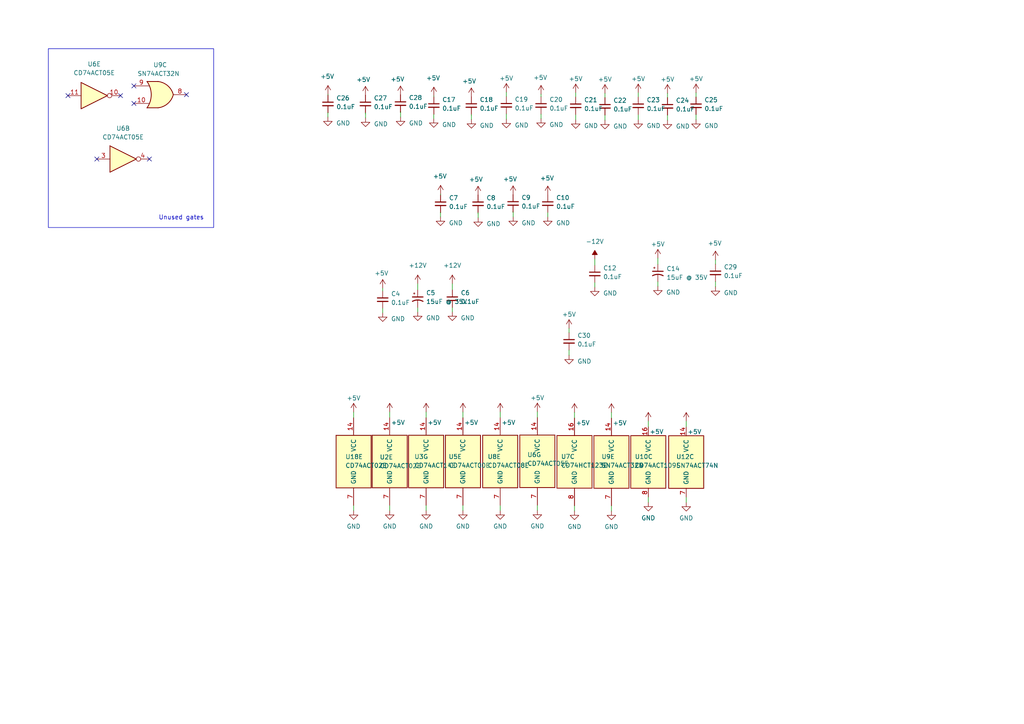
<source format=kicad_sch>
(kicad_sch (version 20230121) (generator eeschema)

  (uuid 502cf4de-091a-4c6c-819f-3327217e747b)

  (paper "A4")

  (title_block
    (title "MicroSci Floppy Controller (decoupling / unused gates)")
    (date "2023-08-25")
    (rev "0.3")
    (company "RyuCats")
  )

  


  (no_connect (at 38.8366 29.9974) (uuid 0530fddf-f759-4b73-9810-c1d1f7c85b7c))
  (no_connect (at 34.9504 27.7368) (uuid 89849d63-8cd1-4e1d-b415-95e583849d77))
  (no_connect (at 19.7104 27.7368) (uuid 95539a73-9c2e-4995-9d61-322735a361e6))
  (no_connect (at 38.8366 24.9174) (uuid a8405b57-8fa0-40f0-b785-263c6553fcaf))
  (no_connect (at 28.0924 46.1264) (uuid b16c961e-b1e8-4a90-ad61-7918aa9eccb3))
  (no_connect (at 54.0766 27.4574) (uuid b8b75050-d161-44e2-aa0c-0885c690a025))
  (no_connect (at 43.3324 46.1264) (uuid cf08da0b-aa04-4487-aede-5cd05603b340))

  (wire (pts (xy 146.8628 26.7716) (xy 146.8628 27.9908))
    (stroke (width 0) (type default))
    (uuid 02763438-e893-4ba6-816c-c3a6a5e42283)
  )
  (wire (pts (xy 193.5988 27.0764) (xy 193.5988 28.2956))
    (stroke (width 0) (type default))
    (uuid 09d94146-953e-400d-8f7b-96c125eb310b)
  )
  (wire (pts (xy 110.998 83.6168) (xy 110.998 84.3788))
    (stroke (width 0) (type default))
    (uuid 10f3eecf-6e13-4fa6-b310-9ef745b393a7)
  )
  (wire (pts (xy 199.0344 122.1994) (xy 199.0344 123.8504))
    (stroke (width 0) (type default))
    (uuid 1a3ad0ec-c89a-4fb4-85a2-e576f9b3fa51)
  )
  (wire (pts (xy 134.2644 146.558) (xy 134.2644 148.082))
    (stroke (width 0) (type default))
    (uuid 1af3b48d-4342-4b5a-a9fa-bcfba80ce77b)
  )
  (wire (pts (xy 125.8316 33.1724) (xy 125.8062 33.1724))
    (stroke (width 0) (type default))
    (uuid 1f1e33ca-d808-4dde-ad85-b384353f8699)
  )
  (wire (pts (xy 155.8544 146.5072) (xy 155.8544 148.0312))
    (stroke (width 0) (type default))
    (uuid 234efdac-ed05-478f-b3bf-860bb6ebc195)
  )
  (wire (pts (xy 125.8062 33.1724) (xy 125.8062 34.3916))
    (stroke (width 0) (type default))
    (uuid 2a322c05-e2bb-47fb-bfa5-d372f9c14bfd)
  )
  (wire (pts (xy 156.9212 33.1216) (xy 156.9212 34.3916))
    (stroke (width 0) (type default))
    (uuid 2a984920-cd39-47a4-8800-8f4ecc22caff)
  )
  (wire (pts (xy 185.1152 33.2232) (xy 185.1152 34.6964))
    (stroke (width 0) (type default))
    (uuid 2b19c2d6-d8e8-477d-b92e-a4838d171ed1)
  )
  (wire (pts (xy 131.191 82.3214) (xy 131.191 84.0994))
    (stroke (width 0) (type default))
    (uuid 2b37d304-bb42-4e54-bf8b-51f7c95a8dcc)
  )
  (wire (pts (xy 175.4632 27.0764) (xy 175.4632 28.2956))
    (stroke (width 0) (type default))
    (uuid 2c901655-8233-4b5b-bb00-36904b114fdc)
  )
  (wire (pts (xy 166.9796 26.924) (xy 166.9796 28.1432))
    (stroke (width 0) (type default))
    (uuid 2ca89751-a00a-49b4-866a-cae4219b7f73)
  )
  (wire (pts (xy 127.7874 61.6712) (xy 127.762 61.6712))
    (stroke (width 0) (type default))
    (uuid 34852f19-aece-431b-bf52-f1f41cf64343)
  )
  (wire (pts (xy 190.8048 81.7372) (xy 190.8048 83.0072))
    (stroke (width 0) (type default))
    (uuid 34db9828-4282-4794-a349-4ac84d4167c6)
  )
  (wire (pts (xy 125.8316 27.813) (xy 125.8316 28.067))
    (stroke (width 0) (type default))
    (uuid 3ae785a3-e3d8-4c40-a96f-91cf959aa035)
  )
  (wire (pts (xy 175.4632 33.3756) (xy 175.4632 34.8488))
    (stroke (width 0) (type default))
    (uuid 3feb788a-0344-4194-93a3-aaa1cf073503)
  )
  (wire (pts (xy 193.5988 33.3756) (xy 193.5988 34.8488))
    (stroke (width 0) (type default))
    (uuid 442638d0-41e1-4d0e-9afe-fe14ec1bed97)
  )
  (wire (pts (xy 116.1542 32.5882) (xy 116.1542 32.4358))
    (stroke (width 0) (type default))
    (uuid 4b662226-02f2-4b2a-b7ba-6c9c64ca814d)
  )
  (wire (pts (xy 199.0344 144.1704) (xy 199.0344 145.6944))
    (stroke (width 0) (type default))
    (uuid 4e972ce1-b12a-44af-ad54-f4a9f065a778)
  )
  (wire (pts (xy 116.1796 32.4358) (xy 116.1796 33.9344))
    (stroke (width 0) (type default))
    (uuid 53d4c426-1606-4a6e-8fec-e361ca0dd2b2)
  )
  (wire (pts (xy 201.8792 26.924) (xy 201.8792 28.1432))
    (stroke (width 0) (type default))
    (uuid 5655e699-af2f-448a-9c73-08a57f69fbc9)
  )
  (wire (pts (xy 136.7028 33.4518) (xy 136.7282 33.4518))
    (stroke (width 0) (type default))
    (uuid 58a8ff9e-38ef-4513-9a33-58fa8a49b2a5)
  )
  (wire (pts (xy 127.7874 61.6458) (xy 127.7874 61.6712))
    (stroke (width 0) (type default))
    (uuid 596c8531-0e48-476e-a3f3-f969d156f235)
  )
  (wire (pts (xy 172.5168 81.9912) (xy 172.5168 83.2612))
    (stroke (width 0) (type default))
    (uuid 59ca3b50-4941-4097-b437-47a51113f867)
  )
  (wire (pts (xy 113.03 119.507) (xy 113.03 121.158))
    (stroke (width 0) (type default))
    (uuid 629df0e9-e966-45d3-8d03-82ab2314e855)
  )
  (wire (pts (xy 188.0362 122.174) (xy 188.0362 123.825))
    (stroke (width 0) (type default))
    (uuid 68902e79-bba6-4f61-b4c9-403f8cd40bcb)
  )
  (wire (pts (xy 138.684 61.9506) (xy 138.684 63.1444))
    (stroke (width 0) (type default))
    (uuid 6cb0b1c7-6a36-4fe8-a999-bbf3b9f17a3a)
  )
  (wire (pts (xy 201.8792 33.2232) (xy 201.8792 34.6964))
    (stroke (width 0) (type default))
    (uuid 758159d9-eee6-409a-a023-85ef3432ddad)
  )
  (wire (pts (xy 165.0492 95.25) (xy 165.0492 96.4692))
    (stroke (width 0) (type default))
    (uuid 76009fcb-cef7-4631-825b-535774cc491f)
  )
  (wire (pts (xy 165.0492 101.5492) (xy 165.0492 103.0224))
    (stroke (width 0) (type default))
    (uuid 7c6de9a4-117c-4d37-a95c-0c495e95509d)
  )
  (wire (pts (xy 113.03 146.558) (xy 113.03 148.082))
    (stroke (width 0) (type default))
    (uuid 7d0cb37b-2891-455f-aff6-1f26d3fb68ca)
  )
  (wire (pts (xy 127.762 61.6712) (xy 127.762 62.8904))
    (stroke (width 0) (type default))
    (uuid 7d24e2fe-4c9b-437e-9784-5db2394b110d)
  )
  (wire (pts (xy 148.844 61.3918) (xy 148.844 62.8904))
    (stroke (width 0) (type default))
    (uuid 7ffc3a5f-941e-41af-9f8f-26e23a84939a)
  )
  (wire (pts (xy 166.624 146.6596) (xy 166.624 148.1836))
    (stroke (width 0) (type default))
    (uuid 86346a4d-2d3a-4ef0-9a25-8d85d7111f77)
  )
  (wire (pts (xy 110.998 89.4588) (xy 110.998 90.7034))
    (stroke (width 0) (type default))
    (uuid 8bf6acf1-3563-4105-a443-66cf4d98355d)
  )
  (wire (pts (xy 148.8186 61.3918) (xy 148.844 61.3918))
    (stroke (width 0) (type default))
    (uuid 8cf67e96-496b-486e-b56a-d47110a42de4)
  )
  (wire (pts (xy 177.3428 146.685) (xy 177.3428 148.209))
    (stroke (width 0) (type default))
    (uuid 8e1fe7ae-8d46-4153-8d60-42307e06411d)
  )
  (wire (pts (xy 207.518 81.6864) (xy 207.518 83.1596))
    (stroke (width 0) (type default))
    (uuid 9081857f-5231-4e71-81c1-d3bf23e41848)
  )
  (wire (pts (xy 155.8544 119.4562) (xy 155.8544 121.1072))
    (stroke (width 0) (type default))
    (uuid 96110b0f-9995-40fd-9060-47686cd3deed)
  )
  (wire (pts (xy 106.0196 32.9946) (xy 106.0196 34.1884))
    (stroke (width 0) (type default))
    (uuid a32b5db0-8126-4273-af1a-03e0df98db4c)
  )
  (wire (pts (xy 138.6586 61.6458) (xy 138.6586 61.9506))
    (stroke (width 0) (type default))
    (uuid a44dd3c3-3341-4624-8f36-0b8b979881f6)
  )
  (wire (pts (xy 125.8316 33.147) (xy 125.8316 33.1724))
    (stroke (width 0) (type default))
    (uuid a4dfb95b-6719-4251-8013-8ca9ed60abea)
  )
  (wire (pts (xy 136.7282 33.4518) (xy 136.7282 34.6456))
    (stroke (width 0) (type default))
    (uuid a54f47e6-edf7-45c7-a94d-06a78a727dbe)
  )
  (wire (pts (xy 95.123 32.6898) (xy 95.123 32.7152))
    (stroke (width 0) (type default))
    (uuid ab84ba90-831c-4c22-a136-a174e7ea48f2)
  )
  (wire (pts (xy 185.1152 26.924) (xy 185.1152 28.1432))
    (stroke (width 0) (type default))
    (uuid af0cf0ef-78da-4270-a49b-84aa6cdb86d4)
  )
  (wire (pts (xy 172.5168 75.1332) (xy 172.5168 76.9112))
    (stroke (width 0) (type default))
    (uuid b09cb4a9-14eb-4f8b-9395-b45673bfab7f)
  )
  (wire (pts (xy 148.8186 61.5442) (xy 148.8186 61.3918))
    (stroke (width 0) (type default))
    (uuid b2150e45-8c98-4c87-a57f-5917e34b5ff0)
  )
  (wire (pts (xy 95.123 32.7152) (xy 95.0976 32.7152))
    (stroke (width 0) (type default))
    (uuid b4fdef51-8cfe-4d9b-a6d9-c80f356fae9f)
  )
  (wire (pts (xy 207.518 75.3872) (xy 207.518 76.6064))
    (stroke (width 0) (type default))
    (uuid b833ab7b-901d-48b6-b37b-b72ffe655dbf)
  )
  (wire (pts (xy 166.9796 33.2232) (xy 166.9796 34.6964))
    (stroke (width 0) (type default))
    (uuid b86424a7-5b95-4e17-8b5c-61f211102dc3)
  )
  (wire (pts (xy 188.0362 144.145) (xy 188.0362 145.669))
    (stroke (width 0) (type default))
    (uuid b94163f3-dd80-4b19-88db-535c64f6a053)
  )
  (wire (pts (xy 121.158 89.1794) (xy 121.158 90.4494))
    (stroke (width 0) (type default))
    (uuid bad7f323-3b85-4e5d-9a08-00fd1c4cbb28)
  )
  (wire (pts (xy 123.5964 119.507) (xy 123.5964 121.158))
    (stroke (width 0) (type default))
    (uuid bc9ef452-41e1-4ad9-9d49-1f1607b0df90)
  )
  (wire (pts (xy 95.123 27.3558) (xy 95.123 27.6098))
    (stroke (width 0) (type default))
    (uuid bdc2c4c8-30a9-429c-a6b7-49e306ccf601)
  )
  (wire (pts (xy 95.0976 32.7152) (xy 95.0976 33.9344))
    (stroke (width 0) (type default))
    (uuid be4d3944-ce83-4c54-8b42-487a6bae067f)
  )
  (wire (pts (xy 156.9212 27.3304) (xy 156.9212 28.0416))
    (stroke (width 0) (type default))
    (uuid c124a992-86a9-4ee3-824f-d60acac44c90)
  )
  (wire (pts (xy 134.2644 119.507) (xy 134.2644 121.158))
    (stroke (width 0) (type default))
    (uuid c523676f-0d6a-4785-9633-6517d5937c86)
  )
  (wire (pts (xy 127.7874 56.3118) (xy 127.7874 56.5658))
    (stroke (width 0) (type default))
    (uuid c6227f37-58d4-4544-bff8-f197ddca6eb5)
  )
  (wire (pts (xy 131.191 89.1794) (xy 131.191 90.4494))
    (stroke (width 0) (type default))
    (uuid caa132d1-6384-4ed4-876b-ef5f3de87ede)
  )
  (wire (pts (xy 166.624 119.6086) (xy 166.624 121.2596))
    (stroke (width 0) (type default))
    (uuid cd6aae5f-33ce-46c1-ba0d-31917972022b)
  )
  (wire (pts (xy 121.158 82.3214) (xy 121.158 84.0994))
    (stroke (width 0) (type default))
    (uuid cd746468-20c8-4f77-b4ff-bcb310c0786e)
  )
  (wire (pts (xy 190.8048 74.8792) (xy 190.8048 76.6572))
    (stroke (width 0) (type default))
    (uuid d17c4195-5ee1-4cc4-8b75-4c3550612abb)
  )
  (wire (pts (xy 138.6586 61.9506) (xy 138.684 61.9506))
    (stroke (width 0) (type default))
    (uuid d56874f3-7666-4b2b-8698-b869c9861b4b)
  )
  (wire (pts (xy 116.1542 32.4358) (xy 116.1796 32.4358))
    (stroke (width 0) (type default))
    (uuid e1196dd4-e070-4c96-af0c-b5d06242687c)
  )
  (wire (pts (xy 123.5964 146.558) (xy 123.5964 148.082))
    (stroke (width 0) (type default))
    (uuid eb68247c-a709-42db-95b8-9fcdae449830)
  )
  (wire (pts (xy 102.5652 119.5324) (xy 102.5652 121.1834))
    (stroke (width 0) (type default))
    (uuid ee73851f-cb53-423d-b633-a32849e11f82)
  )
  (wire (pts (xy 145.0848 119.507) (xy 145.0848 121.158))
    (stroke (width 0) (type default))
    (uuid ef51dc42-c549-4457-a197-41f7ac0c3e0c)
  )
  (wire (pts (xy 102.5652 146.5834) (xy 102.5652 148.1074))
    (stroke (width 0) (type default))
    (uuid f1bfb7e8-5a46-486a-beb8-de12f5c6a0a0)
  )
  (wire (pts (xy 177.3428 119.634) (xy 177.3428 121.285))
    (stroke (width 0) (type default))
    (uuid f447bfac-3de9-4dab-802e-f4228248e9fc)
  )
  (wire (pts (xy 105.9942 32.9946) (xy 106.0196 32.9946))
    (stroke (width 0) (type default))
    (uuid f7193748-ccab-4c01-bccf-3c87d5a197b9)
  )
  (wire (pts (xy 158.877 61.595) (xy 158.877 62.8904))
    (stroke (width 0) (type default))
    (uuid fa263909-b4e2-48b4-9513-b4af382280a4)
  )
  (wire (pts (xy 145.0848 146.558) (xy 145.0848 148.082))
    (stroke (width 0) (type default))
    (uuid fa479773-f5b7-463a-99a2-4fb0bc7433ca)
  )
  (wire (pts (xy 105.9942 32.6898) (xy 105.9942 32.9946))
    (stroke (width 0) (type default))
    (uuid fbfb5018-c043-4735-b8db-e7d0a9ed8702)
  )
  (wire (pts (xy 146.8628 33.0708) (xy 146.8628 34.544))
    (stroke (width 0) (type default))
    (uuid fd426e38-cd88-4b73-b2f6-ece2a4b99798)
  )
  (wire (pts (xy 136.7028 33.147) (xy 136.7028 33.4518))
    (stroke (width 0) (type default))
    (uuid ffaa8a09-1dcf-498e-b494-45f4048be38e)
  )

  (rectangle (start 14.0208 14.1224) (end 61.976 65.9892)
    (stroke (width 0) (type default))
    (fill (type none))
    (uuid ec4a323d-c250-4d46-ba91-eeb0a69f5c62)
  )

  (text "Unused gates" (at 45.974 63.9572 0)
    (effects (font (size 1.27 1.27)) (justify left bottom))
    (uuid e2f64b5f-c1aa-40aa-9e93-6fa1d879cff7)
  )

  (symbol (lib_id "74xx:74LS08") (at 145.0848 133.858 0) (unit 5)
    (in_bom yes) (on_board yes) (dnp no)
    (uuid 02c03a69-20fb-46dd-a959-bc2242a2a36e)
    (property "Reference" "U8" (at 141.4018 132.461 0)
      (effects (font (size 1.27 1.27)) (justify left))
    )
    (property "Value" "CD74ACT08E" (at 141.4018 135.001 0)
      (effects (font (size 1.27 1.27)) (justify left))
    )
    (property "Footprint" "Package_DIP:DIP-14_W7.62mm" (at 145.0848 133.858 0)
      (effects (font (size 1.27 1.27)) hide)
    )
    (property "Datasheet" "http://www.ti.com/lit/gpn/sn74LS08" (at 145.0848 133.858 0)
      (effects (font (size 1.27 1.27)) hide)
    )
    (pin "1" (uuid 161dbf5e-8771-4ee5-84d8-f24fdd426d92))
    (pin "2" (uuid 87877efe-35fd-4885-8af9-4e5f91ad854b))
    (pin "3" (uuid 4294c547-b7cb-4b49-9710-a4c254a5a68d))
    (pin "4" (uuid 56b0c4ac-56f2-45a5-85f4-892a079df9d6))
    (pin "5" (uuid 1684bf53-f82c-431d-8a10-4bd39d82c0f4))
    (pin "6" (uuid 580c2dea-5d65-417f-a8d8-220c78068594))
    (pin "10" (uuid 57304ff4-e656-401a-898a-788e0682ab7d))
    (pin "8" (uuid e8a7ca59-25a7-49c9-8302-d5a7efbfcd50))
    (pin "9" (uuid a9396131-fa50-4d3b-878f-11b7af9d04a2))
    (pin "11" (uuid a2e7abb4-79a2-462b-b0d8-fb458340ec13))
    (pin "12" (uuid c65b5968-e9e3-404d-ba9f-4d75b271bb45))
    (pin "13" (uuid 93e51e41-03de-49b4-9aa7-f858135657a2))
    (pin "14" (uuid 32df66a6-3d51-4330-bd83-cbf0e62f0cb6))
    (pin "7" (uuid 7c7cf43f-6031-4886-be0f-e99f8fb953ac))
    (instances
      (project "MicroSci Floppy Controller"
        (path "/56eaaa0c-e1fe-4237-9a20-09a5d3261c04"
          (reference "U8") (unit 5)
        )
        (path "/56eaaa0c-e1fe-4237-9a20-09a5d3261c04/64043e33-3b28-405d-9d3c-08aaa7913d75"
          (reference "U8") (unit 5)
        )
      )
    )
  )

  (symbol (lib_id "Device:C_Small") (at 201.8792 30.6832 0) (unit 1)
    (in_bom yes) (on_board yes) (dnp no) (fields_autoplaced)
    (uuid 05355236-3018-4160-87e4-5f7bffb0bc7d)
    (property "Reference" "C25" (at 204.2922 28.9814 0)
      (effects (font (size 1.27 1.27)) (justify left))
    )
    (property "Value" "0.1uF" (at 204.2922 31.5214 0)
      (effects (font (size 1.27 1.27)) (justify left))
    )
    (property "Footprint" "Capacitor_THT:C_Disc_D5.0mm_W2.5mm_P5.00mm" (at 201.8792 30.6832 0)
      (effects (font (size 1.27 1.27)) hide)
    )
    (property "Datasheet" "~" (at 201.8792 30.6832 0)
      (effects (font (size 1.27 1.27)) hide)
    )
    (pin "1" (uuid 63664c72-246b-4a0d-a881-e99a1b3ff3a7))
    (pin "2" (uuid f5adb624-dd9e-4743-9f37-36e69e2e7f15))
    (instances
      (project "MicroSci Floppy Controller"
        (path "/56eaaa0c-e1fe-4237-9a20-09a5d3261c04"
          (reference "C25") (unit 1)
        )
        (path "/56eaaa0c-e1fe-4237-9a20-09a5d3261c04/64043e33-3b28-405d-9d3c-08aaa7913d75"
          (reference "C26") (unit 1)
        )
      )
    )
  )

  (symbol (lib_id "power:+5V") (at 158.877 56.515 0) (unit 1)
    (in_bom yes) (on_board yes) (dnp no)
    (uuid 06747c7f-d13d-4752-9c10-2bc69490bf87)
    (property "Reference" "#PWR089" (at 158.877 60.325 0)
      (effects (font (size 1.27 1.27)) hide)
    )
    (property "Value" "+5V" (at 158.6738 51.689 0)
      (effects (font (size 1.27 1.27)))
    )
    (property "Footprint" "" (at 158.877 56.515 0)
      (effects (font (size 1.27 1.27)) hide)
    )
    (property "Datasheet" "" (at 158.877 56.515 0)
      (effects (font (size 1.27 1.27)) hide)
    )
    (pin "1" (uuid 8818c505-a5c9-4450-a3dd-ef9bc889f02c))
    (instances
      (project "MicroSci Floppy Controller"
        (path "/56eaaa0c-e1fe-4237-9a20-09a5d3261c04"
          (reference "#PWR089") (unit 1)
        )
        (path "/56eaaa0c-e1fe-4237-9a20-09a5d3261c04/64043e33-3b28-405d-9d3c-08aaa7913d75"
          (reference "#PWR087") (unit 1)
        )
      )
    )
  )

  (symbol (lib_id "Device:C_Small") (at 166.9796 30.6832 0) (unit 1)
    (in_bom yes) (on_board yes) (dnp no) (fields_autoplaced)
    (uuid 0803f722-f33b-40de-a4de-684c32e7756c)
    (property "Reference" "C21" (at 169.3926 28.9814 0)
      (effects (font (size 1.27 1.27)) (justify left))
    )
    (property "Value" "0.1uF" (at 169.3926 31.5214 0)
      (effects (font (size 1.27 1.27)) (justify left))
    )
    (property "Footprint" "Capacitor_THT:C_Disc_D5.0mm_W2.5mm_P5.00mm" (at 166.9796 30.6832 0)
      (effects (font (size 1.27 1.27)) hide)
    )
    (property "Datasheet" "~" (at 166.9796 30.6832 0)
      (effects (font (size 1.27 1.27)) hide)
    )
    (pin "1" (uuid b95ffba2-4667-4d70-974d-eefabec42b46))
    (pin "2" (uuid 46b84e6e-a957-497f-b95e-5c5ccbaa2e11))
    (instances
      (project "MicroSci Floppy Controller"
        (path "/56eaaa0c-e1fe-4237-9a20-09a5d3261c04"
          (reference "C21") (unit 1)
        )
        (path "/56eaaa0c-e1fe-4237-9a20-09a5d3261c04/64043e33-3b28-405d-9d3c-08aaa7913d75"
          (reference "C22") (unit 1)
        )
      )
    )
  )

  (symbol (lib_id "Device:C_Small") (at 116.1542 30.0482 0) (unit 1)
    (in_bom yes) (on_board yes) (dnp no) (fields_autoplaced)
    (uuid 0a7ba4c8-b63a-41ad-9803-90f9a64e0b17)
    (property "Reference" "C28" (at 118.5672 28.3464 0)
      (effects (font (size 1.27 1.27)) (justify left))
    )
    (property "Value" "0.1uF" (at 118.5672 30.8864 0)
      (effects (font (size 1.27 1.27)) (justify left))
    )
    (property "Footprint" "Capacitor_THT:C_Disc_D5.0mm_W2.5mm_P5.00mm" (at 116.1542 30.0482 0)
      (effects (font (size 1.27 1.27)) hide)
    )
    (property "Datasheet" "~" (at 116.1542 30.0482 0)
      (effects (font (size 1.27 1.27)) hide)
    )
    (pin "1" (uuid 38921d6c-91d7-45b6-925a-e862c9a7e027))
    (pin "2" (uuid 3dff3cce-96db-4683-8bed-58c7f6101cdc))
    (instances
      (project "MicroSci Floppy Controller"
        (path "/56eaaa0c-e1fe-4237-9a20-09a5d3261c04"
          (reference "C28") (unit 1)
        )
        (path "/56eaaa0c-e1fe-4237-9a20-09a5d3261c04/64043e33-3b28-405d-9d3c-08aaa7913d75"
          (reference "C17") (unit 1)
        )
      )
    )
  )

  (symbol (lib_id "power:+5V") (at 110.998 83.6168 0) (unit 1)
    (in_bom yes) (on_board yes) (dnp no)
    (uuid 0acb272c-2380-40bd-8299-c2c49bfadb8b)
    (property "Reference" "#PWR042" (at 110.998 87.4268 0)
      (effects (font (size 1.27 1.27)) hide)
    )
    (property "Value" "+5V" (at 110.6424 79.248 0)
      (effects (font (size 1.27 1.27)))
    )
    (property "Footprint" "" (at 110.998 83.6168 0)
      (effects (font (size 1.27 1.27)) hide)
    )
    (property "Datasheet" "" (at 110.998 83.6168 0)
      (effects (font (size 1.27 1.27)) hide)
    )
    (pin "1" (uuid 255b32af-2404-4c16-970d-b475135550e9))
    (instances
      (project "MicroSci Floppy Controller"
        (path "/56eaaa0c-e1fe-4237-9a20-09a5d3261c04"
          (reference "#PWR042") (unit 1)
        )
        (path "/56eaaa0c-e1fe-4237-9a20-09a5d3261c04/64043e33-3b28-405d-9d3c-08aaa7913d75"
          (reference "#PWR042") (unit 1)
        )
      )
    )
  )

  (symbol (lib_id "Device:C_Small") (at 172.5168 79.4512 0) (unit 1)
    (in_bom yes) (on_board yes) (dnp no) (fields_autoplaced)
    (uuid 0fbdab0a-33df-4da6-92d5-d7b2e7187291)
    (property "Reference" "C12" (at 174.9298 77.7494 0)
      (effects (font (size 1.27 1.27)) (justify left))
    )
    (property "Value" "0.1uF" (at 174.9298 80.2894 0)
      (effects (font (size 1.27 1.27)) (justify left))
    )
    (property "Footprint" "Capacitor_THT:C_Disc_D5.0mm_W2.5mm_P5.00mm" (at 172.5168 79.4512 0)
      (effects (font (size 1.27 1.27)) hide)
    )
    (property "Datasheet" "~" (at 172.5168 79.4512 0)
      (effects (font (size 1.27 1.27)) hide)
    )
    (pin "1" (uuid b863d940-0728-4b85-9592-e378867d285b))
    (pin "2" (uuid c16c8ff0-f013-430e-b0a4-6e2fe2e7ca69))
    (instances
      (project "MicroSci Floppy Controller"
        (path "/56eaaa0c-e1fe-4237-9a20-09a5d3261c04"
          (reference "C12") (unit 1)
        )
        (path "/56eaaa0c-e1fe-4237-9a20-09a5d3261c04/64043e33-3b28-405d-9d3c-08aaa7913d75"
          (reference "C12") (unit 1)
        )
      )
    )
  )

  (symbol (lib_id "power:+5V") (at 190.8048 74.8792 0) (unit 1)
    (in_bom yes) (on_board yes) (dnp no) (fields_autoplaced)
    (uuid 10082041-5767-454b-94b7-b41f518167bd)
    (property "Reference" "#PWR097" (at 190.8048 78.6892 0)
      (effects (font (size 1.27 1.27)) hide)
    )
    (property "Value" "+5V" (at 190.8048 70.8152 0)
      (effects (font (size 1.27 1.27)))
    )
    (property "Footprint" "" (at 190.8048 74.8792 0)
      (effects (font (size 1.27 1.27)) hide)
    )
    (property "Datasheet" "" (at 190.8048 74.8792 0)
      (effects (font (size 1.27 1.27)) hide)
    )
    (pin "1" (uuid d454d688-38b8-4032-897d-318b3b3f9037))
    (instances
      (project "MicroSci Floppy Controller"
        (path "/56eaaa0c-e1fe-4237-9a20-09a5d3261c04"
          (reference "#PWR097") (unit 1)
        )
        (path "/56eaaa0c-e1fe-4237-9a20-09a5d3261c04/64043e33-3b28-405d-9d3c-08aaa7913d75"
          (reference "#PWR083") (unit 1)
        )
      )
      (project "Sequential Systems Q-Print"
        (path "/e47a908d-c0bd-488e-86ea-1ad4da6f58aa"
          (reference "#PWR09") (unit 1)
        )
      )
    )
  )

  (symbol (lib_id "power:GND") (at 188.0362 145.669 0) (unit 1)
    (in_bom yes) (on_board yes) (dnp no) (fields_autoplaced)
    (uuid 1343deff-2300-4c84-af85-3f25bbb9c158)
    (property "Reference" "#PWR067" (at 188.0362 152.019 0)
      (effects (font (size 1.27 1.27)) hide)
    )
    (property "Value" "GND" (at 188.0362 150.241 0)
      (effects (font (size 1.27 1.27)))
    )
    (property "Footprint" "" (at 188.0362 145.669 0)
      (effects (font (size 1.27 1.27)) hide)
    )
    (property "Datasheet" "" (at 188.0362 145.669 0)
      (effects (font (size 1.27 1.27)) hide)
    )
    (pin "1" (uuid f5c0c3e4-1fc3-4877-a981-4762d7fe12e2))
    (instances
      (project "MicroSci Floppy Controller"
        (path "/56eaaa0c-e1fe-4237-9a20-09a5d3261c04"
          (reference "#PWR067") (unit 1)
        )
        (path "/56eaaa0c-e1fe-4237-9a20-09a5d3261c04/64043e33-3b28-405d-9d3c-08aaa7913d75"
          (reference "#PWR072") (unit 1)
        )
      )
    )
  )

  (symbol (lib_id "power:GND") (at 201.8792 34.6964 0) (unit 1)
    (in_bom yes) (on_board yes) (dnp no)
    (uuid 1691452a-863f-4ba3-b234-6b37a9fc3786)
    (property "Reference" "#PWR0121" (at 201.8792 41.0464 0)
      (effects (font (size 1.27 1.27)) hide)
    )
    (property "Value" "GND" (at 206.3242 36.4744 0)
      (effects (font (size 1.27 1.27)))
    )
    (property "Footprint" "" (at 201.8792 34.6964 0)
      (effects (font (size 1.27 1.27)) hide)
    )
    (property "Datasheet" "" (at 201.8792 34.6964 0)
      (effects (font (size 1.27 1.27)) hide)
    )
    (pin "1" (uuid 542c30b7-924e-4f26-8fb1-cfb9c7aa7776))
    (instances
      (project "MicroSci Floppy Controller"
        (path "/56eaaa0c-e1fe-4237-9a20-09a5d3261c04"
          (reference "#PWR0121") (unit 1)
        )
        (path "/56eaaa0c-e1fe-4237-9a20-09a5d3261c04/64043e33-3b28-405d-9d3c-08aaa7913d75"
          (reference "#PWR0120") (unit 1)
        )
      )
    )
  )

  (symbol (lib_id "Device:C_Small") (at 175.4632 30.8356 0) (unit 1)
    (in_bom yes) (on_board yes) (dnp no) (fields_autoplaced)
    (uuid 18daff07-eb58-405c-84b1-38c802d445bd)
    (property "Reference" "C22" (at 177.8762 29.1338 0)
      (effects (font (size 1.27 1.27)) (justify left))
    )
    (property "Value" "0.1uF" (at 177.8762 31.6738 0)
      (effects (font (size 1.27 1.27)) (justify left))
    )
    (property "Footprint" "Capacitor_THT:C_Disc_D5.0mm_W2.5mm_P5.00mm" (at 175.4632 30.8356 0)
      (effects (font (size 1.27 1.27)) hide)
    )
    (property "Datasheet" "~" (at 175.4632 30.8356 0)
      (effects (font (size 1.27 1.27)) hide)
    )
    (pin "1" (uuid 2f29b5a7-1a04-44cb-80c0-397db7420aa4))
    (pin "2" (uuid 06f4d7af-57e2-4e25-8e52-490c99661fa7))
    (instances
      (project "MicroSci Floppy Controller"
        (path "/56eaaa0c-e1fe-4237-9a20-09a5d3261c04"
          (reference "C22") (unit 1)
        )
        (path "/56eaaa0c-e1fe-4237-9a20-09a5d3261c04/64043e33-3b28-405d-9d3c-08aaa7913d75"
          (reference "C23") (unit 1)
        )
      )
    )
  )

  (symbol (lib_id "power:GND") (at 172.5168 83.2612 0) (unit 1)
    (in_bom yes) (on_board yes) (dnp no)
    (uuid 23b93c54-c913-4436-bfe0-9f35c4ab172b)
    (property "Reference" "#PWR094" (at 172.5168 89.6112 0)
      (effects (font (size 1.27 1.27)) hide)
    )
    (property "Value" "GND" (at 176.9618 85.0392 0)
      (effects (font (size 1.27 1.27)))
    )
    (property "Footprint" "" (at 172.5168 83.2612 0)
      (effects (font (size 1.27 1.27)) hide)
    )
    (property "Datasheet" "" (at 172.5168 83.2612 0)
      (effects (font (size 1.27 1.27)) hide)
    )
    (pin "1" (uuid 6797a83b-0584-4ce7-82af-1e5e850a78e0))
    (instances
      (project "MicroSci Floppy Controller"
        (path "/56eaaa0c-e1fe-4237-9a20-09a5d3261c04"
          (reference "#PWR094") (unit 1)
        )
        (path "/56eaaa0c-e1fe-4237-9a20-09a5d3261c04/64043e33-3b28-405d-9d3c-08aaa7913d75"
          (reference "#PWR0122") (unit 1)
        )
      )
    )
  )

  (symbol (lib_id "74xx:74LS02") (at 113.03 133.858 0) (unit 5)
    (in_bom yes) (on_board yes) (dnp no)
    (uuid 23f794f6-ddab-4acb-a574-20d91d77efd3)
    (property "Reference" "U2" (at 110.109 132.588 0)
      (effects (font (size 1.27 1.27)) (justify left))
    )
    (property "Value" "CD74ACT02E" (at 110.109 135.128 0)
      (effects (font (size 1.27 1.27)) (justify left))
    )
    (property "Footprint" "Package_DIP:DIP-14_W7.62mm" (at 113.03 133.858 0)
      (effects (font (size 1.27 1.27)) hide)
    )
    (property "Datasheet" "http://www.ti.com/lit/gpn/sn74ls02" (at 113.03 133.858 0)
      (effects (font (size 1.27 1.27)) hide)
    )
    (pin "1" (uuid e8f1763a-d700-46e5-be4e-ab71ac8c9aa8))
    (pin "2" (uuid 6fe2d53c-150f-4aee-a61d-4c68a9919fb6))
    (pin "3" (uuid 02467a8d-e4ad-40d9-979b-30a4c6af6989))
    (pin "4" (uuid a05eafb2-abdf-4a05-a104-1a223a5c9f75))
    (pin "5" (uuid 12ff614b-1705-4cdc-a9c6-bbedff6306e4))
    (pin "6" (uuid 7254054d-f06b-49c1-900a-c29d2566c674))
    (pin "10" (uuid 7fbd17b8-c517-4ce4-bc72-d8833aaed3d7))
    (pin "8" (uuid 9da1383e-e765-47d9-b3b0-48284019a401))
    (pin "9" (uuid a9065115-1ca9-4d30-8132-8f3160b94793))
    (pin "11" (uuid 571a6a61-0362-4c11-b5e7-1fbf07a40953))
    (pin "12" (uuid 721ecbc0-166b-448c-b798-c698cd37f749))
    (pin "13" (uuid b65735dc-99c7-437d-8f48-013aa958a5f4))
    (pin "14" (uuid 8891039a-6665-4ed8-84e8-1f74be548ddd))
    (pin "7" (uuid b7215939-83dd-4bc7-a3a2-fa7a8eadaae0))
    (instances
      (project "MicroSci Floppy Controller"
        (path "/56eaaa0c-e1fe-4237-9a20-09a5d3261c04"
          (reference "U2") (unit 5)
        )
        (path "/56eaaa0c-e1fe-4237-9a20-09a5d3261c04/64043e33-3b28-405d-9d3c-08aaa7913d75"
          (reference "U18") (unit 5)
        )
      )
    )
  )

  (symbol (lib_id "power:GND") (at 131.191 90.4494 0) (unit 1)
    (in_bom yes) (on_board yes) (dnp no)
    (uuid 25f04456-62a1-426f-b597-5ace4060e583)
    (property "Reference" "#PWR084" (at 131.191 96.7994 0)
      (effects (font (size 1.27 1.27)) hide)
    )
    (property "Value" "GND" (at 135.636 92.2274 0)
      (effects (font (size 1.27 1.27)))
    )
    (property "Footprint" "" (at 131.191 90.4494 0)
      (effects (font (size 1.27 1.27)) hide)
    )
    (property "Datasheet" "" (at 131.191 90.4494 0)
      (effects (font (size 1.27 1.27)) hide)
    )
    (pin "1" (uuid d46ad6e6-d42d-4be3-a3e7-b4f1a9baaff3))
    (instances
      (project "MicroSci Floppy Controller"
        (path "/56eaaa0c-e1fe-4237-9a20-09a5d3261c04"
          (reference "#PWR084") (unit 1)
        )
        (path "/56eaaa0c-e1fe-4237-9a20-09a5d3261c04/64043e33-3b28-405d-9d3c-08aaa7913d75"
          (reference "#PWR099") (unit 1)
        )
      )
    )
  )

  (symbol (lib_id "Device:C_Small") (at 165.0492 99.0092 0) (unit 1)
    (in_bom yes) (on_board yes) (dnp no) (fields_autoplaced)
    (uuid 264a34f2-51db-4638-80e8-726cce4bb58c)
    (property "Reference" "C30" (at 167.4622 97.3074 0)
      (effects (font (size 1.27 1.27)) (justify left))
    )
    (property "Value" "0.1uF" (at 167.4622 99.8474 0)
      (effects (font (size 1.27 1.27)) (justify left))
    )
    (property "Footprint" "Capacitor_THT:C_Disc_D5.0mm_W2.5mm_P5.00mm" (at 165.0492 99.0092 0)
      (effects (font (size 1.27 1.27)) hide)
    )
    (property "Datasheet" "~" (at 165.0492 99.0092 0)
      (effects (font (size 1.27 1.27)) hide)
    )
    (pin "1" (uuid b068c278-0eed-46e5-9032-d00848cb5950))
    (pin "2" (uuid b27b716c-8752-47c4-875e-9557f4724572))
    (instances
      (project "MicroSci Floppy Controller"
        (path "/56eaaa0c-e1fe-4237-9a20-09a5d3261c04"
          (reference "C30") (unit 1)
        )
        (path "/56eaaa0c-e1fe-4237-9a20-09a5d3261c04/64043e33-3b28-405d-9d3c-08aaa7913d75"
          (reference "C30") (unit 1)
        )
      )
    )
  )

  (symbol (lib_id "power:+5V") (at 188.0362 122.174 0) (unit 1)
    (in_bom yes) (on_board yes) (dnp no)
    (uuid 2704122a-98cc-41f7-b1d4-97a2fbde6f7f)
    (property "Reference" "#PWR073" (at 188.0362 125.984 0)
      (effects (font (size 1.27 1.27)) hide)
    )
    (property "Value" "+5V" (at 190.4492 125.222 0)
      (effects (font (size 1.27 1.27)))
    )
    (property "Footprint" "" (at 188.0362 122.174 0)
      (effects (font (size 1.27 1.27)) hide)
    )
    (property "Datasheet" "" (at 188.0362 122.174 0)
      (effects (font (size 1.27 1.27)) hide)
    )
    (pin "1" (uuid 4b835bb4-ace9-414e-b8ab-33367ddc1ac3))
    (instances
      (project "MicroSci Floppy Controller"
        (path "/56eaaa0c-e1fe-4237-9a20-09a5d3261c04"
          (reference "#PWR073") (unit 1)
        )
        (path "/56eaaa0c-e1fe-4237-9a20-09a5d3261c04/64043e33-3b28-405d-9d3c-08aaa7913d75"
          (reference "#PWR071") (unit 1)
        )
      )
    )
  )

  (symbol (lib_id "power:GND") (at 121.158 90.4494 0) (unit 1)
    (in_bom yes) (on_board yes) (dnp no)
    (uuid 28687e9a-f6d4-4219-b813-68e8371cf6f1)
    (property "Reference" "#PWR082" (at 121.158 96.7994 0)
      (effects (font (size 1.27 1.27)) hide)
    )
    (property "Value" "GND" (at 125.603 92.2274 0)
      (effects (font (size 1.27 1.27)))
    )
    (property "Footprint" "" (at 121.158 90.4494 0)
      (effects (font (size 1.27 1.27)) hide)
    )
    (property "Datasheet" "" (at 121.158 90.4494 0)
      (effects (font (size 1.27 1.27)) hide)
    )
    (pin "1" (uuid 5aa1f86c-3ccd-4186-a0b5-8e512f907199))
    (instances
      (project "MicroSci Floppy Controller"
        (path "/56eaaa0c-e1fe-4237-9a20-09a5d3261c04"
          (reference "#PWR082") (unit 1)
        )
        (path "/56eaaa0c-e1fe-4237-9a20-09a5d3261c04/64043e33-3b28-405d-9d3c-08aaa7913d75"
          (reference "#PWR082") (unit 1)
        )
      )
    )
  )

  (symbol (lib_id "power:+5V") (at 134.2644 119.507 0) (unit 1)
    (in_bom yes) (on_board yes) (dnp no)
    (uuid 2cbbcd45-8593-4506-bb25-de868120a10f)
    (property "Reference" "#PWR077" (at 134.2644 123.317 0)
      (effects (font (size 1.27 1.27)) hide)
    )
    (property "Value" "+5V" (at 136.6774 122.555 0)
      (effects (font (size 1.27 1.27)))
    )
    (property "Footprint" "" (at 134.2644 119.507 0)
      (effects (font (size 1.27 1.27)) hide)
    )
    (property "Datasheet" "" (at 134.2644 119.507 0)
      (effects (font (size 1.27 1.27)) hide)
    )
    (pin "1" (uuid 0d7f2ab3-6226-431f-a20a-ff7104898a93))
    (instances
      (project "MicroSci Floppy Controller"
        (path "/56eaaa0c-e1fe-4237-9a20-09a5d3261c04"
          (reference "#PWR077") (unit 1)
        )
        (path "/56eaaa0c-e1fe-4237-9a20-09a5d3261c04/64043e33-3b28-405d-9d3c-08aaa7913d75"
          (reference "#PWR060") (unit 1)
        )
      )
    )
  )

  (symbol (lib_id "Device:C_Small") (at 193.5988 30.8356 0) (unit 1)
    (in_bom yes) (on_board yes) (dnp no) (fields_autoplaced)
    (uuid 2d32ec23-d43f-4ed4-ab90-9aee059ffb09)
    (property "Reference" "C24" (at 196.0118 29.1338 0)
      (effects (font (size 1.27 1.27)) (justify left))
    )
    (property "Value" "0.1uF" (at 196.0118 31.6738 0)
      (effects (font (size 1.27 1.27)) (justify left))
    )
    (property "Footprint" "Capacitor_THT:C_Disc_D5.0mm_W2.5mm_P5.00mm" (at 193.5988 30.8356 0)
      (effects (font (size 1.27 1.27)) hide)
    )
    (property "Datasheet" "~" (at 193.5988 30.8356 0)
      (effects (font (size 1.27 1.27)) hide)
    )
    (pin "1" (uuid abe6b828-e4ca-4616-a5d9-521821a254b5))
    (pin "2" (uuid 2a8c8316-632c-4c04-8d2d-1bfa1808564b))
    (instances
      (project "MicroSci Floppy Controller"
        (path "/56eaaa0c-e1fe-4237-9a20-09a5d3261c04"
          (reference "C24") (unit 1)
        )
        (path "/56eaaa0c-e1fe-4237-9a20-09a5d3261c04/64043e33-3b28-405d-9d3c-08aaa7913d75"
          (reference "C25") (unit 1)
        )
      )
    )
  )

  (symbol (lib_id "power:GND") (at 177.3428 148.209 0) (unit 1)
    (in_bom yes) (on_board yes) (dnp no) (fields_autoplaced)
    (uuid 2d3b9626-6f97-4843-a011-bf5681d2e932)
    (property "Reference" "#PWR066" (at 177.3428 154.559 0)
      (effects (font (size 1.27 1.27)) hide)
    )
    (property "Value" "GND" (at 177.3428 152.781 0)
      (effects (font (size 1.27 1.27)))
    )
    (property "Footprint" "" (at 177.3428 148.209 0)
      (effects (font (size 1.27 1.27)) hide)
    )
    (property "Datasheet" "" (at 177.3428 148.209 0)
      (effects (font (size 1.27 1.27)) hide)
    )
    (pin "1" (uuid 49c432bc-02f3-4132-b4a4-52051af3df9f))
    (instances
      (project "MicroSci Floppy Controller"
        (path "/56eaaa0c-e1fe-4237-9a20-09a5d3261c04"
          (reference "#PWR066") (unit 1)
        )
        (path "/56eaaa0c-e1fe-4237-9a20-09a5d3261c04/64043e33-3b28-405d-9d3c-08aaa7913d75"
          (reference "#PWR070") (unit 1)
        )
      )
    )
  )

  (symbol (lib_id "power:+5V") (at 166.9796 26.924 0) (unit 1)
    (in_bom yes) (on_board yes) (dnp no) (fields_autoplaced)
    (uuid 3056a3ab-a350-46f4-8c13-07b2c181873d)
    (property "Reference" "#PWR0112" (at 166.9796 30.734 0)
      (effects (font (size 1.27 1.27)) hide)
    )
    (property "Value" "+5V" (at 166.9796 22.86 0)
      (effects (font (size 1.27 1.27)))
    )
    (property "Footprint" "" (at 166.9796 26.924 0)
      (effects (font (size 1.27 1.27)) hide)
    )
    (property "Datasheet" "" (at 166.9796 26.924 0)
      (effects (font (size 1.27 1.27)) hide)
    )
    (pin "1" (uuid f3fa41a7-c572-4956-a4a9-c27e1b9f3635))
    (instances
      (project "MicroSci Floppy Controller"
        (path "/56eaaa0c-e1fe-4237-9a20-09a5d3261c04"
          (reference "#PWR0112") (unit 1)
        )
        (path "/56eaaa0c-e1fe-4237-9a20-09a5d3261c04/64043e33-3b28-405d-9d3c-08aaa7913d75"
          (reference "#PWR0111") (unit 1)
        )
      )
      (project "Sequential Systems Q-Print"
        (path "/e47a908d-c0bd-488e-86ea-1ad4da6f58aa"
          (reference "#PWR09") (unit 1)
        )
      )
    )
  )

  (symbol (lib_id "power:GND") (at 146.8628 34.544 0) (unit 1)
    (in_bom yes) (on_board yes) (dnp no)
    (uuid 319a46b8-3308-4be5-9615-5229916a94d2)
    (property "Reference" "#PWR0109" (at 146.8628 40.894 0)
      (effects (font (size 1.27 1.27)) hide)
    )
    (property "Value" "GND" (at 151.3078 36.322 0)
      (effects (font (size 1.27 1.27)))
    )
    (property "Footprint" "" (at 146.8628 34.544 0)
      (effects (font (size 1.27 1.27)) hide)
    )
    (property "Datasheet" "" (at 146.8628 34.544 0)
      (effects (font (size 1.27 1.27)) hide)
    )
    (pin "1" (uuid 1d15b4be-8fa7-40ec-b704-70f487a4bb9a))
    (instances
      (project "MicroSci Floppy Controller"
        (path "/56eaaa0c-e1fe-4237-9a20-09a5d3261c04"
          (reference "#PWR0109") (unit 1)
        )
        (path "/56eaaa0c-e1fe-4237-9a20-09a5d3261c04/64043e33-3b28-405d-9d3c-08aaa7913d75"
          (reference "#PWR0108") (unit 1)
        )
      )
    )
  )

  (symbol (lib_id "power:+5V") (at 193.5988 27.0764 0) (unit 1)
    (in_bom yes) (on_board yes) (dnp no) (fields_autoplaced)
    (uuid 31b00d13-521a-4555-8d0f-c386ccccbef7)
    (property "Reference" "#PWR0118" (at 193.5988 30.8864 0)
      (effects (font (size 1.27 1.27)) hide)
    )
    (property "Value" "+5V" (at 193.5988 23.0124 0)
      (effects (font (size 1.27 1.27)))
    )
    (property "Footprint" "" (at 193.5988 27.0764 0)
      (effects (font (size 1.27 1.27)) hide)
    )
    (property "Datasheet" "" (at 193.5988 27.0764 0)
      (effects (font (size 1.27 1.27)) hide)
    )
    (pin "1" (uuid 41860226-10c1-428a-a4b7-854c3b1ec0fe))
    (instances
      (project "MicroSci Floppy Controller"
        (path "/56eaaa0c-e1fe-4237-9a20-09a5d3261c04"
          (reference "#PWR0118") (unit 1)
        )
        (path "/56eaaa0c-e1fe-4237-9a20-09a5d3261c04/64043e33-3b28-405d-9d3c-08aaa7913d75"
          (reference "#PWR0117") (unit 1)
        )
      )
      (project "Sequential Systems Q-Print"
        (path "/e47a908d-c0bd-488e-86ea-1ad4da6f58aa"
          (reference "#PWR09") (unit 1)
        )
      )
    )
  )

  (symbol (lib_id "74xx:74LS32") (at 177.3428 133.985 0) (unit 5)
    (in_bom yes) (on_board yes) (dnp no)
    (uuid 34181036-553a-4b51-bc22-e1762c420908)
    (property "Reference" "U9" (at 174.4218 132.461 0)
      (effects (font (size 1.27 1.27)) (justify left))
    )
    (property "Value" "SN74ACT32N " (at 174.4218 135.001 0)
      (effects (font (size 1.27 1.27)) (justify left))
    )
    (property "Footprint" "Package_DIP:DIP-14_W7.62mm" (at 177.3428 133.985 0)
      (effects (font (size 1.27 1.27)) hide)
    )
    (property "Datasheet" "http://www.ti.com/lit/gpn/sn74LS32" (at 177.3428 133.985 0)
      (effects (font (size 1.27 1.27)) hide)
    )
    (pin "1" (uuid 71ab9fb7-e7ee-41f1-9483-097d611e2284))
    (pin "2" (uuid 485b007e-75b8-4bd3-8315-e25051096c1f))
    (pin "3" (uuid 47ba9cd4-8193-414c-bb1b-80d2554b5e3e))
    (pin "4" (uuid 9e874671-53a3-45b4-a09f-e7e6112939dd))
    (pin "5" (uuid 1d9d8e86-0d19-4708-be29-934b99d1114c))
    (pin "6" (uuid c2c1c6c0-b6a3-481f-9d6d-12d70494bba3))
    (pin "10" (uuid 9b0d75ed-9b1f-4ec1-ae26-db207ed1341d))
    (pin "8" (uuid 9753f88f-271e-4610-8ee2-18d08b3271f0))
    (pin "9" (uuid dfa58b19-fc18-4259-8b9c-ea1293cd24fd))
    (pin "11" (uuid 3d500dbb-7d98-401c-9238-6b1df6df1875))
    (pin "12" (uuid 49d94fa9-7d02-4e61-882a-d54250b9a597))
    (pin "13" (uuid c55cdf12-3dab-4a1e-9d0a-eb0d326d4441))
    (pin "14" (uuid bf2843ee-c413-4fe1-9f25-8d1fe8203f14))
    (pin "7" (uuid 3fae8250-5a1e-4d92-9f11-c75aa83f906f))
    (instances
      (project "MicroSci Floppy Controller"
        (path "/56eaaa0c-e1fe-4237-9a20-09a5d3261c04"
          (reference "U9") (unit 5)
        )
        (path "/56eaaa0c-e1fe-4237-9a20-09a5d3261c04/64043e33-3b28-405d-9d3c-08aaa7913d75"
          (reference "U9") (unit 5)
        )
      )
    )
  )

  (symbol (lib_id "74xx:74LS123") (at 166.624 133.9596 0) (unit 3)
    (in_bom yes) (on_board yes) (dnp no)
    (uuid 34cec51b-b81b-46fc-b384-679ea0990b57)
    (property "Reference" "U7" (at 162.687 132.4356 0)
      (effects (font (size 1.27 1.27)) (justify left))
    )
    (property "Value" "CD74HCT123E" (at 162.687 134.9756 0)
      (effects (font (size 1.27 1.27)) (justify left))
    )
    (property "Footprint" "Package_DIP:DIP-16_W7.62mm" (at 166.624 133.9596 0)
      (effects (font (size 1.27 1.27)) hide)
    )
    (property "Datasheet" "http://www.ti.com/lit/gpn/sn74LS123" (at 166.624 133.9596 0)
      (effects (font (size 1.27 1.27)) hide)
    )
    (pin "1" (uuid 8306f229-57e0-4b89-95ae-5d643d8cec37))
    (pin "13" (uuid 90895d01-8c99-456f-8e85-46934431029d))
    (pin "14" (uuid 7c5fc479-e37c-4b24-9294-55635c459ade))
    (pin "15" (uuid fbb55c55-1381-4f6a-adb7-ae844c7b08cd))
    (pin "2" (uuid 11ccd12f-47bc-4532-9899-eb731c8e7d31))
    (pin "3" (uuid 39e95a95-b17d-42e0-b470-df86c4b29654))
    (pin "4" (uuid d4ecb938-cc5b-4d8c-8753-153029d0dcfa))
    (pin "10" (uuid 5430bd67-cda0-4f2c-bf91-5783ad589976))
    (pin "11" (uuid 4d3d4c97-44ac-40f2-9c87-cb0a3374674a))
    (pin "12" (uuid 6e98c82e-31f3-4a99-ae7d-4a720c828cc9))
    (pin "5" (uuid 94af4692-7a90-47ca-9a07-df94f1e40af1))
    (pin "6" (uuid fa15513e-7ff3-4a3f-bc4a-f604a7fe9092))
    (pin "7" (uuid 5f24c39e-f19b-4cd5-a78b-012af73903db))
    (pin "9" (uuid a362364b-c349-473a-b33e-0cd9c12703e7))
    (pin "16" (uuid 2209c9a9-774f-4aae-8002-aa1501023852))
    (pin "8" (uuid 1cde2928-5add-4ca1-ac69-0b8cbf4e3012))
    (instances
      (project "MicroSci Floppy Controller"
        (path "/56eaaa0c-e1fe-4237-9a20-09a5d3261c04"
          (reference "U7") (unit 3)
        )
        (path "/56eaaa0c-e1fe-4237-9a20-09a5d3261c04/64043e33-3b28-405d-9d3c-08aaa7913d75"
          (reference "U7") (unit 3)
        )
      )
    )
  )

  (symbol (lib_id "power:GND") (at 136.7282 34.6456 0) (unit 1)
    (in_bom yes) (on_board yes) (dnp no)
    (uuid 3770b2fc-9e09-4b01-84aa-736bf2737167)
    (property "Reference" "#PWR0107" (at 136.7282 40.9956 0)
      (effects (font (size 1.27 1.27)) hide)
    )
    (property "Value" "GND" (at 141.1732 36.4236 0)
      (effects (font (size 1.27 1.27)))
    )
    (property "Footprint" "" (at 136.7282 34.6456 0)
      (effects (font (size 1.27 1.27)) hide)
    )
    (property "Datasheet" "" (at 136.7282 34.6456 0)
      (effects (font (size 1.27 1.27)) hide)
    )
    (pin "1" (uuid 80290a50-af0f-496a-86be-5aebe9751f3d))
    (instances
      (project "MicroSci Floppy Controller"
        (path "/56eaaa0c-e1fe-4237-9a20-09a5d3261c04"
          (reference "#PWR0107") (unit 1)
        )
        (path "/56eaaa0c-e1fe-4237-9a20-09a5d3261c04/64043e33-3b28-405d-9d3c-08aaa7913d75"
          (reference "#PWR0106") (unit 1)
        )
      )
    )
  )

  (symbol (lib_id "power:GND") (at 127.762 62.8904 0) (unit 1)
    (in_bom yes) (on_board yes) (dnp no)
    (uuid 3bd165e0-8a56-4bc5-938e-90100a7e3041)
    (property "Reference" "#PWR086" (at 127.762 69.2404 0)
      (effects (font (size 1.27 1.27)) hide)
    )
    (property "Value" "GND" (at 132.207 64.6684 0)
      (effects (font (size 1.27 1.27)))
    )
    (property "Footprint" "" (at 127.762 62.8904 0)
      (effects (font (size 1.27 1.27)) hide)
    )
    (property "Datasheet" "" (at 127.762 62.8904 0)
      (effects (font (size 1.27 1.27)) hide)
    )
    (pin "1" (uuid d3ba25b1-e906-406f-b92f-ee655373dbcf))
    (instances
      (project "MicroSci Floppy Controller"
        (path "/56eaaa0c-e1fe-4237-9a20-09a5d3261c04"
          (reference "#PWR086") (unit 1)
        )
        (path "/56eaaa0c-e1fe-4237-9a20-09a5d3261c04/64043e33-3b28-405d-9d3c-08aaa7913d75"
          (reference "#PWR031") (unit 1)
        )
      )
    )
  )

  (symbol (lib_id "Device:C_Small") (at 125.8316 30.607 0) (unit 1)
    (in_bom yes) (on_board yes) (dnp no) (fields_autoplaced)
    (uuid 3bf43bbf-e70e-49a2-997f-eb2343ff1985)
    (property "Reference" "C17" (at 128.2446 28.9052 0)
      (effects (font (size 1.27 1.27)) (justify left))
    )
    (property "Value" "0.1uF" (at 128.2446 31.4452 0)
      (effects (font (size 1.27 1.27)) (justify left))
    )
    (property "Footprint" "Capacitor_THT:C_Disc_D5.0mm_W2.5mm_P5.00mm" (at 125.8316 30.607 0)
      (effects (font (size 1.27 1.27)) hide)
    )
    (property "Datasheet" "~" (at 125.8316 30.607 0)
      (effects (font (size 1.27 1.27)) hide)
    )
    (pin "1" (uuid bcacc699-c078-4148-9083-2f23baebd712))
    (pin "2" (uuid e9aa473b-2194-4526-934f-57ac51e67955))
    (instances
      (project "MicroSci Floppy Controller"
        (path "/56eaaa0c-e1fe-4237-9a20-09a5d3261c04"
          (reference "C17") (unit 1)
        )
        (path "/56eaaa0c-e1fe-4237-9a20-09a5d3261c04/64043e33-3b28-405d-9d3c-08aaa7913d75"
          (reference "C18") (unit 1)
        )
      )
    )
  )

  (symbol (lib_id "power:+5V") (at 116.1542 27.5082 0) (unit 1)
    (in_bom yes) (on_board yes) (dnp no)
    (uuid 4143bbb8-647c-440c-9ec3-daf3138076ae)
    (property "Reference" "#PWR0126" (at 116.1542 31.3182 0)
      (effects (font (size 1.27 1.27)) hide)
    )
    (property "Value" "+5V" (at 115.2906 22.987 0)
      (effects (font (size 1.27 1.27)))
    )
    (property "Footprint" "" (at 116.1542 27.5082 0)
      (effects (font (size 1.27 1.27)) hide)
    )
    (property "Datasheet" "" (at 116.1542 27.5082 0)
      (effects (font (size 1.27 1.27)) hide)
    )
    (pin "1" (uuid d2ddb086-868f-4f47-94a5-76a62066d0e1))
    (instances
      (project "MicroSci Floppy Controller"
        (path "/56eaaa0c-e1fe-4237-9a20-09a5d3261c04"
          (reference "#PWR0126") (unit 1)
        )
        (path "/56eaaa0c-e1fe-4237-9a20-09a5d3261c04/64043e33-3b28-405d-9d3c-08aaa7913d75"
          (reference "#PWR095") (unit 1)
        )
      )
    )
  )

  (symbol (lib_id "Device:C_Small") (at 105.9942 30.1498 0) (unit 1)
    (in_bom yes) (on_board yes) (dnp no) (fields_autoplaced)
    (uuid 4316b48b-6c1d-4cee-8f81-96b8e3fbc2ea)
    (property "Reference" "C27" (at 108.4072 28.448 0)
      (effects (font (size 1.27 1.27)) (justify left))
    )
    (property "Value" "0.1uF" (at 108.4072 30.988 0)
      (effects (font (size 1.27 1.27)) (justify left))
    )
    (property "Footprint" "Capacitor_THT:C_Disc_D5.0mm_W2.5mm_P5.00mm" (at 105.9942 30.1498 0)
      (effects (font (size 1.27 1.27)) hide)
    )
    (property "Datasheet" "~" (at 105.9942 30.1498 0)
      (effects (font (size 1.27 1.27)) hide)
    )
    (pin "1" (uuid 14adfe18-ca43-4c74-ae73-528cf479b5a8))
    (pin "2" (uuid c1269c45-48d0-4211-9b93-ecb057959463))
    (instances
      (project "MicroSci Floppy Controller"
        (path "/56eaaa0c-e1fe-4237-9a20-09a5d3261c04"
          (reference "C27") (unit 1)
        )
        (path "/56eaaa0c-e1fe-4237-9a20-09a5d3261c04/64043e33-3b28-405d-9d3c-08aaa7913d75"
          (reference "C13") (unit 1)
        )
      )
    )
  )

  (symbol (lib_id "power:GND") (at 145.0848 148.082 0) (unit 1)
    (in_bom yes) (on_board yes) (dnp no) (fields_autoplaced)
    (uuid 470111f0-35fe-4cb6-a410-067c163c6394)
    (property "Reference" "#PWR063" (at 145.0848 154.432 0)
      (effects (font (size 1.27 1.27)) hide)
    )
    (property "Value" "GND" (at 145.0848 152.654 0)
      (effects (font (size 1.27 1.27)))
    )
    (property "Footprint" "" (at 145.0848 148.082 0)
      (effects (font (size 1.27 1.27)) hide)
    )
    (property "Datasheet" "" (at 145.0848 148.082 0)
      (effects (font (size 1.27 1.27)) hide)
    )
    (pin "1" (uuid 9ad45b5d-8a64-411e-a325-18a341391b3c))
    (instances
      (project "MicroSci Floppy Controller"
        (path "/56eaaa0c-e1fe-4237-9a20-09a5d3261c04"
          (reference "#PWR063") (unit 1)
        )
        (path "/56eaaa0c-e1fe-4237-9a20-09a5d3261c04/64043e33-3b28-405d-9d3c-08aaa7913d75"
          (reference "#PWR063") (unit 1)
        )
      )
    )
  )

  (symbol (lib_id "power:GND") (at 193.5988 34.8488 0) (unit 1)
    (in_bom yes) (on_board yes) (dnp no)
    (uuid 47f0ae58-ebe4-4ec1-9955-1bf1b6f17edc)
    (property "Reference" "#PWR0119" (at 193.5988 41.1988 0)
      (effects (font (size 1.27 1.27)) hide)
    )
    (property "Value" "GND" (at 198.0438 36.6268 0)
      (effects (font (size 1.27 1.27)))
    )
    (property "Footprint" "" (at 193.5988 34.8488 0)
      (effects (font (size 1.27 1.27)) hide)
    )
    (property "Datasheet" "" (at 193.5988 34.8488 0)
      (effects (font (size 1.27 1.27)) hide)
    )
    (pin "1" (uuid 44aaf5e4-44d6-465e-bfb8-16c5aa3d7d74))
    (instances
      (project "MicroSci Floppy Controller"
        (path "/56eaaa0c-e1fe-4237-9a20-09a5d3261c04"
          (reference "#PWR0119") (unit 1)
        )
        (path "/56eaaa0c-e1fe-4237-9a20-09a5d3261c04/64043e33-3b28-405d-9d3c-08aaa7913d75"
          (reference "#PWR0118") (unit 1)
        )
      )
    )
  )

  (symbol (lib_id "power:+5V") (at 146.8628 26.7716 0) (unit 1)
    (in_bom yes) (on_board yes) (dnp no) (fields_autoplaced)
    (uuid 480e6d1e-95d1-4140-82e6-4b65720d7cfe)
    (property "Reference" "#PWR0108" (at 146.8628 30.5816 0)
      (effects (font (size 1.27 1.27)) hide)
    )
    (property "Value" "+5V" (at 146.8628 22.7076 0)
      (effects (font (size 1.27 1.27)))
    )
    (property "Footprint" "" (at 146.8628 26.7716 0)
      (effects (font (size 1.27 1.27)) hide)
    )
    (property "Datasheet" "" (at 146.8628 26.7716 0)
      (effects (font (size 1.27 1.27)) hide)
    )
    (pin "1" (uuid 35155f0c-0aa8-4074-b550-92c31b6cf172))
    (instances
      (project "MicroSci Floppy Controller"
        (path "/56eaaa0c-e1fe-4237-9a20-09a5d3261c04"
          (reference "#PWR0108") (unit 1)
        )
        (path "/56eaaa0c-e1fe-4237-9a20-09a5d3261c04/64043e33-3b28-405d-9d3c-08aaa7913d75"
          (reference "#PWR0107") (unit 1)
        )
      )
      (project "Sequential Systems Q-Print"
        (path "/e47a908d-c0bd-488e-86ea-1ad4da6f58aa"
          (reference "#PWR09") (unit 1)
        )
      )
    )
  )

  (symbol (lib_id "Device:C_Polarized_Small_US") (at 190.8048 79.1972 0) (unit 1)
    (in_bom yes) (on_board yes) (dnp no) (fields_autoplaced)
    (uuid 48ce71a4-5901-4484-a9ce-895399418177)
    (property "Reference" "C14" (at 193.294 77.9335 0)
      (effects (font (size 1.27 1.27)) (justify left))
    )
    (property "Value" "15uF @ 35V" (at 193.294 80.4735 0)
      (effects (font (size 1.27 1.27)) (justify left))
    )
    (property "Footprint" "Capacitor_THT:CP_Radial_D7.5mm_P2.50mm" (at 190.8048 79.1972 0)
      (effects (font (size 1.27 1.27)) hide)
    )
    (property "Datasheet" "~" (at 190.8048 79.1972 0)
      (effects (font (size 1.27 1.27)) hide)
    )
    (pin "1" (uuid b0082c92-cdfa-469c-b6fe-6dc1953295fd))
    (pin "2" (uuid ebbf1a72-37cd-4237-a32f-777be13c503b))
    (instances
      (project "MicroSci Floppy Controller"
        (path "/56eaaa0c-e1fe-4237-9a20-09a5d3261c04"
          (reference "C14") (unit 1)
        )
        (path "/56eaaa0c-e1fe-4237-9a20-09a5d3261c04/64043e33-3b28-405d-9d3c-08aaa7913d75"
          (reference "C14") (unit 1)
        )
      )
    )
  )

  (symbol (lib_id "Device:C_Small") (at 131.191 86.6394 0) (unit 1)
    (in_bom yes) (on_board yes) (dnp no) (fields_autoplaced)
    (uuid 4d7bb0eb-47ae-43d3-b9c3-cfd81ff1b387)
    (property "Reference" "C6" (at 133.604 84.9376 0)
      (effects (font (size 1.27 1.27)) (justify left))
    )
    (property "Value" "0.1uF" (at 133.604 87.4776 0)
      (effects (font (size 1.27 1.27)) (justify left))
    )
    (property "Footprint" "Capacitor_THT:C_Disc_D5.0mm_W2.5mm_P5.00mm" (at 131.191 86.6394 0)
      (effects (font (size 1.27 1.27)) hide)
    )
    (property "Datasheet" "~" (at 131.191 86.6394 0)
      (effects (font (size 1.27 1.27)) hide)
    )
    (pin "1" (uuid 92e521ab-3041-4790-8b2d-58d4e3023c7b))
    (pin "2" (uuid 452ef817-34d0-4c43-89c0-9c0bc074cacb))
    (instances
      (project "MicroSci Floppy Controller"
        (path "/56eaaa0c-e1fe-4237-9a20-09a5d3261c04"
          (reference "C6") (unit 1)
        )
        (path "/56eaaa0c-e1fe-4237-9a20-09a5d3261c04/64043e33-3b28-405d-9d3c-08aaa7913d75"
          (reference "C6") (unit 1)
        )
      )
    )
  )

  (symbol (lib_id "power:+5V") (at 155.8544 119.4562 0) (unit 1)
    (in_bom yes) (on_board yes) (dnp no) (fields_autoplaced)
    (uuid 5202bafe-d198-43d5-a009-294498073e84)
    (property "Reference" "#PWR058" (at 155.8544 123.2662 0)
      (effects (font (size 1.27 1.27)) hide)
    )
    (property "Value" "+5V" (at 155.8544 115.3922 0)
      (effects (font (size 1.27 1.27)))
    )
    (property "Footprint" "" (at 155.8544 119.4562 0)
      (effects (font (size 1.27 1.27)) hide)
    )
    (property "Datasheet" "" (at 155.8544 119.4562 0)
      (effects (font (size 1.27 1.27)) hide)
    )
    (pin "1" (uuid 1ba23d67-d7af-45a0-b247-6add6d8ba34f))
    (instances
      (project "MicroSci Floppy Controller"
        (path "/56eaaa0c-e1fe-4237-9a20-09a5d3261c04"
          (reference "#PWR058") (unit 1)
        )
        (path "/56eaaa0c-e1fe-4237-9a20-09a5d3261c04/64043e33-3b28-405d-9d3c-08aaa7913d75"
          (reference "#PWR064") (unit 1)
        )
      )
      (project "Sequential Systems Q-Print"
        (path "/e47a908d-c0bd-488e-86ea-1ad4da6f58aa"
          (reference "#PWR09") (unit 1)
        )
      )
    )
  )

  (symbol (lib_id "power:+12V") (at 121.158 82.3214 0) (unit 1)
    (in_bom yes) (on_board yes) (dnp no) (fields_autoplaced)
    (uuid 549dca2e-42b8-4a64-a390-b9a63fe8273a)
    (property "Reference" "#PWR081" (at 121.158 86.1314 0)
      (effects (font (size 1.27 1.27)) hide)
    )
    (property "Value" "+12V" (at 121.158 76.9874 0)
      (effects (font (size 1.27 1.27)))
    )
    (property "Footprint" "" (at 121.158 82.3214 0)
      (effects (font (size 1.27 1.27)) hide)
    )
    (property "Datasheet" "" (at 121.158 82.3214 0)
      (effects (font (size 1.27 1.27)) hide)
    )
    (pin "1" (uuid 3e50ff54-8703-4e78-867b-76f0317910f1))
    (instances
      (project "MicroSci Floppy Controller"
        (path "/56eaaa0c-e1fe-4237-9a20-09a5d3261c04"
          (reference "#PWR081") (unit 1)
        )
        (path "/56eaaa0c-e1fe-4237-9a20-09a5d3261c04/64043e33-3b28-405d-9d3c-08aaa7913d75"
          (reference "#PWR081") (unit 1)
        )
      )
    )
  )

  (symbol (lib_id "power:GND") (at 165.0492 103.0224 0) (unit 1)
    (in_bom yes) (on_board yes) (dnp no)
    (uuid 583e9cba-fff3-4934-b085-a4d32f2778de)
    (property "Reference" "#PWR0133" (at 165.0492 109.3724 0)
      (effects (font (size 1.27 1.27)) hide)
    )
    (property "Value" "GND" (at 169.4942 104.8004 0)
      (effects (font (size 1.27 1.27)))
    )
    (property "Footprint" "" (at 165.0492 103.0224 0)
      (effects (font (size 1.27 1.27)) hide)
    )
    (property "Datasheet" "" (at 165.0492 103.0224 0)
      (effects (font (size 1.27 1.27)) hide)
    )
    (pin "1" (uuid 79c0bb43-da93-4085-8bbc-2954b0ce49f1))
    (instances
      (project "MicroSci Floppy Controller"
        (path "/56eaaa0c-e1fe-4237-9a20-09a5d3261c04"
          (reference "#PWR0133") (unit 1)
        )
        (path "/56eaaa0c-e1fe-4237-9a20-09a5d3261c04/64043e33-3b28-405d-9d3c-08aaa7913d75"
          (reference "#PWR0133") (unit 1)
        )
      )
    )
  )

  (symbol (lib_id "74xx:74LS74") (at 199.0344 134.0104 0) (unit 3)
    (in_bom yes) (on_board yes) (dnp no)
    (uuid 59ffa1cd-afa9-4c15-8fcc-ce57d496410a)
    (property "Reference" "U12" (at 196.1134 132.4864 0)
      (effects (font (size 1.27 1.27)) (justify left))
    )
    (property "Value" "SN74ACT74N " (at 196.1134 135.0264 0)
      (effects (font (size 1.27 1.27)) (justify left))
    )
    (property "Footprint" "Package_DIP:DIP-14_W7.62mm" (at 199.0344 134.0104 0)
      (effects (font (size 1.27 1.27)) hide)
    )
    (property "Datasheet" "74xx/74hc_hct74.pdf" (at 199.0344 134.0104 0)
      (effects (font (size 1.27 1.27)) hide)
    )
    (pin "1" (uuid 0b2470b4-e2e0-4d4d-8969-fb963102f505))
    (pin "2" (uuid 2f45da54-2bd9-4737-bf3d-481d294bb4c0))
    (pin "3" (uuid 8a9be237-e0a0-4e3b-9a45-9a97cbd2e646))
    (pin "4" (uuid 71fb4197-5b22-46fe-92ef-3620eaa81c41))
    (pin "5" (uuid 1925a3df-7de4-4a66-bb98-ef9ec3daf2a4))
    (pin "6" (uuid 8f7f6c1e-7d77-4b44-a8fd-81ac9be818a7))
    (pin "10" (uuid 76cc9123-b145-4cb9-aedd-90bc10be08f9))
    (pin "11" (uuid 7b30cb39-75c6-4348-a024-1f279d6ecbab))
    (pin "12" (uuid 085a2cb9-74db-4a58-8008-8e78fc22522f))
    (pin "13" (uuid e45e6dcf-6c7b-4c9f-b3c5-395d70b1e667))
    (pin "8" (uuid a41bba4a-44db-45e1-adae-a4081147cb21))
    (pin "9" (uuid ec2d05a0-037d-48d8-a716-de67541b5be0))
    (pin "14" (uuid 249e5770-bd5e-4db0-8529-ef9e64199080))
    (pin "7" (uuid 56ae212b-aa52-416c-b46e-c4009866ce9e))
    (instances
      (project "MicroSci Floppy Controller"
        (path "/56eaaa0c-e1fe-4237-9a20-09a5d3261c04"
          (reference "U12") (unit 3)
        )
        (path "/56eaaa0c-e1fe-4237-9a20-09a5d3261c04/64043e33-3b28-405d-9d3c-08aaa7913d75"
          (reference "U12") (unit 3)
        )
      )
    )
  )

  (symbol (lib_id "74xx:74LS32") (at 46.4566 27.4574 0) (unit 3)
    (in_bom yes) (on_board yes) (dnp no) (fields_autoplaced)
    (uuid 5a408b30-b7c1-49e1-8198-6a0cde31d519)
    (property "Reference" "U9" (at 46.4566 18.8214 0)
      (effects (font (size 1.27 1.27)))
    )
    (property "Value" "SN74ACT32N " (at 46.4566 21.3614 0)
      (effects (font (size 1.27 1.27)))
    )
    (property "Footprint" "Package_DIP:DIP-14_W7.62mm" (at 46.4566 27.4574 0)
      (effects (font (size 1.27 1.27)) hide)
    )
    (property "Datasheet" "http://www.ti.com/lit/gpn/sn74LS32" (at 46.4566 27.4574 0)
      (effects (font (size 1.27 1.27)) hide)
    )
    (pin "1" (uuid 980ab79a-7d30-410e-bbea-bcaa731d51d0))
    (pin "2" (uuid b9c85667-a025-4d18-9073-37dde2b93e43))
    (pin "3" (uuid 85d5a97f-793d-4edf-89da-eaad4a96318a))
    (pin "4" (uuid 3e7c9ce8-3412-47a1-98b6-e741ab9925de))
    (pin "5" (uuid d32c561a-8efe-4cd7-8d4a-0248eb5a0f40))
    (pin "6" (uuid 74307e9c-c0b9-44cd-b8b0-10be99aa946c))
    (pin "10" (uuid b9fbc525-0825-45b2-a007-612e7e1c8231))
    (pin "8" (uuid 649977f3-9460-4723-b31b-92e8df5c1067))
    (pin "9" (uuid 7d23982e-1c52-41f6-824a-7aaef6b21cdc))
    (pin "11" (uuid 783da42c-ed9f-42cc-b821-a433bfb1f2a4))
    (pin "12" (uuid 94ed7bab-d03e-41b9-a470-67eec6fdeff9))
    (pin "13" (uuid a6331d30-44e5-47c6-9ba3-039baa51535d))
    (pin "14" (uuid f8c55577-9051-42d5-993e-316ba7f39e10))
    (pin "7" (uuid c1140248-a2ee-459d-9e03-96e9bf8905bb))
    (instances
      (project "MicroSci Floppy Controller"
        (path "/56eaaa0c-e1fe-4237-9a20-09a5d3261c04"
          (reference "U9") (unit 3)
        )
        (path "/56eaaa0c-e1fe-4237-9a20-09a5d3261c04/64043e33-3b28-405d-9d3c-08aaa7913d75"
          (reference "U9") (unit 3)
        )
      )
    )
  )

  (symbol (lib_id "power:+5V") (at 201.8792 26.924 0) (unit 1)
    (in_bom yes) (on_board yes) (dnp no) (fields_autoplaced)
    (uuid 5a916dd0-ed61-4214-9a9c-685530cf7b34)
    (property "Reference" "#PWR0120" (at 201.8792 30.734 0)
      (effects (font (size 1.27 1.27)) hide)
    )
    (property "Value" "+5V" (at 201.8792 22.86 0)
      (effects (font (size 1.27 1.27)))
    )
    (property "Footprint" "" (at 201.8792 26.924 0)
      (effects (font (size 1.27 1.27)) hide)
    )
    (property "Datasheet" "" (at 201.8792 26.924 0)
      (effects (font (size 1.27 1.27)) hide)
    )
    (pin "1" (uuid e3562e2c-c7d1-416c-859c-81ea0fc45973))
    (instances
      (project "MicroSci Floppy Controller"
        (path "/56eaaa0c-e1fe-4237-9a20-09a5d3261c04"
          (reference "#PWR0120") (unit 1)
        )
        (path "/56eaaa0c-e1fe-4237-9a20-09a5d3261c04/64043e33-3b28-405d-9d3c-08aaa7913d75"
          (reference "#PWR0119") (unit 1)
        )
      )
      (project "Sequential Systems Q-Print"
        (path "/e47a908d-c0bd-488e-86ea-1ad4da6f58aa"
          (reference "#PWR09") (unit 1)
        )
      )
    )
  )

  (symbol (lib_id "power:+5V") (at 95.123 27.3558 0) (unit 1)
    (in_bom yes) (on_board yes) (dnp no)
    (uuid 5ce2e52c-b994-48ac-9029-a2aabc59c927)
    (property "Reference" "#PWR0123" (at 95.123 31.1658 0)
      (effects (font (size 1.27 1.27)) hide)
    )
    (property "Value" "+5V" (at 94.9198 22.1742 0)
      (effects (font (size 1.27 1.27)))
    )
    (property "Footprint" "" (at 95.123 27.3558 0)
      (effects (font (size 1.27 1.27)) hide)
    )
    (property "Datasheet" "" (at 95.123 27.3558 0)
      (effects (font (size 1.27 1.27)) hide)
    )
    (pin "1" (uuid 96d39960-4641-47f6-a4de-6cd6fabb25e9))
    (instances
      (project "MicroSci Floppy Controller"
        (path "/56eaaa0c-e1fe-4237-9a20-09a5d3261c04"
          (reference "#PWR0123") (unit 1)
        )
        (path "/56eaaa0c-e1fe-4237-9a20-09a5d3261c04/64043e33-3b28-405d-9d3c-08aaa7913d75"
          (reference "#PWR090") (unit 1)
        )
      )
    )
  )

  (symbol (lib_id "power:GND") (at 175.4632 34.8488 0) (unit 1)
    (in_bom yes) (on_board yes) (dnp no)
    (uuid 5e688d1c-67d6-469d-b152-5486fc2aa357)
    (property "Reference" "#PWR0115" (at 175.4632 41.1988 0)
      (effects (font (size 1.27 1.27)) hide)
    )
    (property "Value" "GND" (at 179.9082 36.6268 0)
      (effects (font (size 1.27 1.27)))
    )
    (property "Footprint" "" (at 175.4632 34.8488 0)
      (effects (font (size 1.27 1.27)) hide)
    )
    (property "Datasheet" "" (at 175.4632 34.8488 0)
      (effects (font (size 1.27 1.27)) hide)
    )
    (pin "1" (uuid 6843aba5-cd8a-41a5-b819-1f52a88bd6e2))
    (instances
      (project "MicroSci Floppy Controller"
        (path "/56eaaa0c-e1fe-4237-9a20-09a5d3261c04"
          (reference "#PWR0115") (unit 1)
        )
        (path "/56eaaa0c-e1fe-4237-9a20-09a5d3261c04/64043e33-3b28-405d-9d3c-08aaa7913d75"
          (reference "#PWR0114") (unit 1)
        )
      )
    )
  )

  (symbol (lib_id "power:+5V") (at 156.9212 27.3304 0) (unit 1)
    (in_bom yes) (on_board yes) (dnp no)
    (uuid 610d9eca-e862-427c-bb6a-23adcfb9bf2d)
    (property "Reference" "#PWR0110" (at 156.9212 31.1404 0)
      (effects (font (size 1.27 1.27)) hide)
    )
    (property "Value" "+5V" (at 156.718 22.5044 0)
      (effects (font (size 1.27 1.27)))
    )
    (property "Footprint" "" (at 156.9212 27.3304 0)
      (effects (font (size 1.27 1.27)) hide)
    )
    (property "Datasheet" "" (at 156.9212 27.3304 0)
      (effects (font (size 1.27 1.27)) hide)
    )
    (pin "1" (uuid 4b595a45-8184-428e-97be-584c7caa20e8))
    (instances
      (project "MicroSci Floppy Controller"
        (path "/56eaaa0c-e1fe-4237-9a20-09a5d3261c04"
          (reference "#PWR0110") (unit 1)
        )
        (path "/56eaaa0c-e1fe-4237-9a20-09a5d3261c04/64043e33-3b28-405d-9d3c-08aaa7913d75"
          (reference "#PWR0109") (unit 1)
        )
      )
    )
  )

  (symbol (lib_id "power:+5V") (at 125.8316 27.813 0) (unit 1)
    (in_bom yes) (on_board yes) (dnp no)
    (uuid 660ab033-70de-43e0-82f4-b3366d4f1750)
    (property "Reference" "#PWR0105" (at 125.8316 31.623 0)
      (effects (font (size 1.27 1.27)) hide)
    )
    (property "Value" "+5V" (at 125.6284 22.6314 0)
      (effects (font (size 1.27 1.27)))
    )
    (property "Footprint" "" (at 125.8316 27.813 0)
      (effects (font (size 1.27 1.27)) hide)
    )
    (property "Datasheet" "" (at 125.8316 27.813 0)
      (effects (font (size 1.27 1.27)) hide)
    )
    (pin "1" (uuid 0a798bf0-2a78-4a04-8097-bf57fbfb2841))
    (instances
      (project "MicroSci Floppy Controller"
        (path "/56eaaa0c-e1fe-4237-9a20-09a5d3261c04"
          (reference "#PWR0105") (unit 1)
        )
        (path "/56eaaa0c-e1fe-4237-9a20-09a5d3261c04/64043e33-3b28-405d-9d3c-08aaa7913d75"
          (reference "#PWR0101") (unit 1)
        )
      )
    )
  )

  (symbol (lib_id "power:+5V") (at 123.5964 119.507 0) (unit 1)
    (in_bom yes) (on_board yes) (dnp no)
    (uuid 6645a7f9-dff1-4815-84e5-ba72379957b6)
    (property "Reference" "#PWR071" (at 123.5964 123.317 0)
      (effects (font (size 1.27 1.27)) hide)
    )
    (property "Value" "+5V" (at 126.0094 122.555 0)
      (effects (font (size 1.27 1.27)))
    )
    (property "Footprint" "" (at 123.5964 119.507 0)
      (effects (font (size 1.27 1.27)) hide)
    )
    (property "Datasheet" "" (at 123.5964 119.507 0)
      (effects (font (size 1.27 1.27)) hide)
    )
    (pin "1" (uuid 2c2672d2-51f1-4791-9cb1-7207c72bfe21))
    (instances
      (project "MicroSci Floppy Controller"
        (path "/56eaaa0c-e1fe-4237-9a20-09a5d3261c04"
          (reference "#PWR071") (unit 1)
        )
        (path "/56eaaa0c-e1fe-4237-9a20-09a5d3261c04/64043e33-3b28-405d-9d3c-08aaa7913d75"
          (reference "#PWR058") (unit 1)
        )
      )
    )
  )

  (symbol (lib_id "power:+5V") (at 175.4632 27.0764 0) (unit 1)
    (in_bom yes) (on_board yes) (dnp no) (fields_autoplaced)
    (uuid 68bb8200-fc62-49ba-85bf-7c33873ec462)
    (property "Reference" "#PWR0114" (at 175.4632 30.8864 0)
      (effects (font (size 1.27 1.27)) hide)
    )
    (property "Value" "+5V" (at 175.4632 23.0124 0)
      (effects (font (size 1.27 1.27)))
    )
    (property "Footprint" "" (at 175.4632 27.0764 0)
      (effects (font (size 1.27 1.27)) hide)
    )
    (property "Datasheet" "" (at 175.4632 27.0764 0)
      (effects (font (size 1.27 1.27)) hide)
    )
    (pin "1" (uuid 404dfd56-4b67-4eca-a9a6-b68e2bc3845c))
    (instances
      (project "MicroSci Floppy Controller"
        (path "/56eaaa0c-e1fe-4237-9a20-09a5d3261c04"
          (reference "#PWR0114") (unit 1)
        )
        (path "/56eaaa0c-e1fe-4237-9a20-09a5d3261c04/64043e33-3b28-405d-9d3c-08aaa7913d75"
          (reference "#PWR0113") (unit 1)
        )
      )
      (project "Sequential Systems Q-Print"
        (path "/e47a908d-c0bd-488e-86ea-1ad4da6f58aa"
          (reference "#PWR09") (unit 1)
        )
      )
    )
  )

  (symbol (lib_id "power:GND") (at 123.5964 148.082 0) (unit 1)
    (in_bom yes) (on_board yes) (dnp no) (fields_autoplaced)
    (uuid 6a002b98-a28b-453a-b48b-9ab889a09fd8)
    (property "Reference" "#PWR061" (at 123.5964 154.432 0)
      (effects (font (size 1.27 1.27)) hide)
    )
    (property "Value" "GND" (at 123.5964 152.654 0)
      (effects (font (size 1.27 1.27)))
    )
    (property "Footprint" "" (at 123.5964 148.082 0)
      (effects (font (size 1.27 1.27)) hide)
    )
    (property "Datasheet" "" (at 123.5964 148.082 0)
      (effects (font (size 1.27 1.27)) hide)
    )
    (pin "1" (uuid 73e7176c-33d0-44a2-a7aa-3b6e718333eb))
    (instances
      (project "MicroSci Floppy Controller"
        (path "/56eaaa0c-e1fe-4237-9a20-09a5d3261c04"
          (reference "#PWR061") (unit 1)
        )
        (path "/56eaaa0c-e1fe-4237-9a20-09a5d3261c04/64043e33-3b28-405d-9d3c-08aaa7913d75"
          (reference "#PWR059") (unit 1)
        )
      )
    )
  )

  (symbol (lib_id "power:+5V") (at 207.518 75.3872 0) (unit 1)
    (in_bom yes) (on_board yes) (dnp no)
    (uuid 6b7de009-53b9-4bb7-a787-3737e14a6ef3)
    (property "Reference" "#PWR0128" (at 207.518 79.1972 0)
      (effects (font (size 1.27 1.27)) hide)
    )
    (property "Value" "+5V" (at 207.3148 70.5612 0)
      (effects (font (size 1.27 1.27)))
    )
    (property "Footprint" "" (at 207.518 75.3872 0)
      (effects (font (size 1.27 1.27)) hide)
    )
    (property "Datasheet" "" (at 207.518 75.3872 0)
      (effects (font (size 1.27 1.27)) hide)
    )
    (pin "1" (uuid c29243a0-4299-44cf-8798-f72167862355))
    (instances
      (project "MicroSci Floppy Controller"
        (path "/56eaaa0c-e1fe-4237-9a20-09a5d3261c04"
          (reference "#PWR0128") (unit 1)
        )
        (path "/56eaaa0c-e1fe-4237-9a20-09a5d3261c04/64043e33-3b28-405d-9d3c-08aaa7913d75"
          (reference "#PWR097") (unit 1)
        )
      )
    )
  )

  (symbol (lib_id "power:GND") (at 134.2644 148.082 0) (unit 1)
    (in_bom yes) (on_board yes) (dnp no) (fields_autoplaced)
    (uuid 6be8da6b-6752-4217-87b3-b51cdd861694)
    (property "Reference" "#PWR062" (at 134.2644 154.432 0)
      (effects (font (size 1.27 1.27)) hide)
    )
    (property "Value" "GND" (at 134.2644 152.654 0)
      (effects (font (size 1.27 1.27)))
    )
    (property "Footprint" "" (at 134.2644 148.082 0)
      (effects (font (size 1.27 1.27)) hide)
    )
    (property "Datasheet" "" (at 134.2644 148.082 0)
      (effects (font (size 1.27 1.27)) hide)
    )
    (pin "1" (uuid 9712b42b-e045-4684-9599-76f24528f332))
    (instances
      (project "MicroSci Floppy Controller"
        (path "/56eaaa0c-e1fe-4237-9a20-09a5d3261c04"
          (reference "#PWR062") (unit 1)
        )
        (path "/56eaaa0c-e1fe-4237-9a20-09a5d3261c04/64043e33-3b28-405d-9d3c-08aaa7913d75"
          (reference "#PWR061") (unit 1)
        )
      )
    )
  )

  (symbol (lib_id "power:GND") (at 190.8048 83.0072 0) (unit 1)
    (in_bom yes) (on_board yes) (dnp no)
    (uuid 6e303d5d-2d88-4a12-80f9-3e9872de6f2c)
    (property "Reference" "#PWR098" (at 190.8048 89.3572 0)
      (effects (font (size 1.27 1.27)) hide)
    )
    (property "Value" "GND" (at 195.2498 84.7852 0)
      (effects (font (size 1.27 1.27)))
    )
    (property "Footprint" "" (at 190.8048 83.0072 0)
      (effects (font (size 1.27 1.27)) hide)
    )
    (property "Datasheet" "" (at 190.8048 83.0072 0)
      (effects (font (size 1.27 1.27)) hide)
    )
    (pin "1" (uuid 74798c1d-a2a2-44f9-9108-0f4e71567cfb))
    (instances
      (project "MicroSci Floppy Controller"
        (path "/56eaaa0c-e1fe-4237-9a20-09a5d3261c04"
          (reference "#PWR098") (unit 1)
        )
        (path "/56eaaa0c-e1fe-4237-9a20-09a5d3261c04/64043e33-3b28-405d-9d3c-08aaa7913d75"
          (reference "#PWR098") (unit 1)
        )
      )
    )
  )

  (symbol (lib_id "power:+5V") (at 138.6586 56.5658 0) (unit 1)
    (in_bom yes) (on_board yes) (dnp no)
    (uuid 71ed110a-f279-4fbd-aa1a-7dda39492449)
    (property "Reference" "#PWR085" (at 138.6586 60.3758 0)
      (effects (font (size 1.27 1.27)) hide)
    )
    (property "Value" "+5V" (at 138.049 52.0446 0)
      (effects (font (size 1.27 1.27)))
    )
    (property "Footprint" "" (at 138.6586 56.5658 0)
      (effects (font (size 1.27 1.27)) hide)
    )
    (property "Datasheet" "" (at 138.6586 56.5658 0)
      (effects (font (size 1.27 1.27)) hide)
    )
    (pin "1" (uuid 4b90fc32-1bc5-46cb-9a55-9971449841ce))
    (instances
      (project "MicroSci Floppy Controller"
        (path "/56eaaa0c-e1fe-4237-9a20-09a5d3261c04"
          (reference "#PWR085") (unit 1)
        )
        (path "/56eaaa0c-e1fe-4237-9a20-09a5d3261c04/64043e33-3b28-405d-9d3c-08aaa7913d75"
          (reference "#PWR077") (unit 1)
        )
      )
    )
  )

  (symbol (lib_id "power:+5V") (at 166.624 119.6086 0) (unit 1)
    (in_bom yes) (on_board yes) (dnp no)
    (uuid 71ff5311-b1ca-4295-88c7-a1443549203f)
    (property "Reference" "#PWR015" (at 166.624 123.4186 0)
      (effects (font (size 1.27 1.27)) hide)
    )
    (property "Value" "+5V" (at 169.037 122.6566 0)
      (effects (font (size 1.27 1.27)))
    )
    (property "Footprint" "" (at 166.624 119.6086 0)
      (effects (font (size 1.27 1.27)) hide)
    )
    (property "Datasheet" "" (at 166.624 119.6086 0)
      (effects (font (size 1.27 1.27)) hide)
    )
    (pin "1" (uuid b9af89ba-17a4-4e5f-9fe6-bb5849964405))
    (instances
      (project "MicroSci Floppy Controller"
        (path "/56eaaa0c-e1fe-4237-9a20-09a5d3261c04"
          (reference "#PWR015") (unit 1)
        )
        (path "/56eaaa0c-e1fe-4237-9a20-09a5d3261c04/64043e33-3b28-405d-9d3c-08aaa7913d75"
          (reference "#PWR066") (unit 1)
        )
      )
    )
  )

  (symbol (lib_id "Device:C_Small") (at 136.7028 30.607 0) (unit 1)
    (in_bom yes) (on_board yes) (dnp no) (fields_autoplaced)
    (uuid 78a2ea86-a428-4fec-b1ba-9f2d25ab5d14)
    (property "Reference" "C18" (at 139.1158 28.9052 0)
      (effects (font (size 1.27 1.27)) (justify left))
    )
    (property "Value" "0.1uF" (at 139.1158 31.4452 0)
      (effects (font (size 1.27 1.27)) (justify left))
    )
    (property "Footprint" "Capacitor_THT:C_Disc_D5.0mm_W2.5mm_P5.00mm" (at 136.7028 30.607 0)
      (effects (font (size 1.27 1.27)) hide)
    )
    (property "Datasheet" "~" (at 136.7028 30.607 0)
      (effects (font (size 1.27 1.27)) hide)
    )
    (pin "1" (uuid 8e8352b2-1017-46e3-9192-7190634b1291))
    (pin "2" (uuid 16bbbbfb-5cc7-4662-8b3c-4e59ce6c52cd))
    (instances
      (project "MicroSci Floppy Controller"
        (path "/56eaaa0c-e1fe-4237-9a20-09a5d3261c04"
          (reference "C18") (unit 1)
        )
        (path "/56eaaa0c-e1fe-4237-9a20-09a5d3261c04/64043e33-3b28-405d-9d3c-08aaa7913d75"
          (reference "C19") (unit 1)
        )
      )
    )
  )

  (symbol (lib_id "power:+5V") (at 185.1152 26.924 0) (unit 1)
    (in_bom yes) (on_board yes) (dnp no) (fields_autoplaced)
    (uuid 7983460b-677f-42a9-aa8a-084444a8c77f)
    (property "Reference" "#PWR0116" (at 185.1152 30.734 0)
      (effects (font (size 1.27 1.27)) hide)
    )
    (property "Value" "+5V" (at 185.1152 22.86 0)
      (effects (font (size 1.27 1.27)))
    )
    (property "Footprint" "" (at 185.1152 26.924 0)
      (effects (font (size 1.27 1.27)) hide)
    )
    (property "Datasheet" "" (at 185.1152 26.924 0)
      (effects (font (size 1.27 1.27)) hide)
    )
    (pin "1" (uuid 1ac3dc33-066a-4b3a-911b-81d0d7e66b44))
    (instances
      (project "MicroSci Floppy Controller"
        (path "/56eaaa0c-e1fe-4237-9a20-09a5d3261c04"
          (reference "#PWR0116") (unit 1)
        )
        (path "/56eaaa0c-e1fe-4237-9a20-09a5d3261c04/64043e33-3b28-405d-9d3c-08aaa7913d75"
          (reference "#PWR0115") (unit 1)
        )
      )
      (project "Sequential Systems Q-Print"
        (path "/e47a908d-c0bd-488e-86ea-1ad4da6f58aa"
          (reference "#PWR09") (unit 1)
        )
      )
    )
  )

  (symbol (lib_id "Device:C_Polarized_Small_US") (at 121.158 86.6394 0) (unit 1)
    (in_bom yes) (on_board yes) (dnp no) (fields_autoplaced)
    (uuid 7b92449b-39a9-4a5c-a440-3640c1e31217)
    (property "Reference" "C5" (at 123.571 84.9376 0)
      (effects (font (size 1.27 1.27)) (justify left))
    )
    (property "Value" "15uF @ 35V" (at 123.571 87.4776 0)
      (effects (font (size 1.27 1.27)) (justify left))
    )
    (property "Footprint" "Capacitor_THT:CP_Radial_D7.5mm_P2.50mm" (at 121.158 86.6394 0)
      (effects (font (size 1.27 1.27)) hide)
    )
    (property "Datasheet" "~" (at 121.158 86.6394 0)
      (effects (font (size 1.27 1.27)) hide)
    )
    (pin "1" (uuid 9ddedee1-72a4-4d00-8ff4-63acdeb3087f))
    (pin "2" (uuid 0fef59eb-9cb1-4c12-b34b-56badd750946))
    (instances
      (project "MicroSci Floppy Controller"
        (path "/56eaaa0c-e1fe-4237-9a20-09a5d3261c04"
          (reference "C5") (unit 1)
        )
        (path "/56eaaa0c-e1fe-4237-9a20-09a5d3261c04/64043e33-3b28-405d-9d3c-08aaa7913d75"
          (reference "C5") (unit 1)
        )
      )
    )
  )

  (symbol (lib_id "power:+5V") (at 145.0848 119.507 0) (unit 1)
    (in_bom yes) (on_board yes) (dnp no)
    (uuid 7f0bf6e4-0112-482e-a672-d58764f2117d)
    (property "Reference" "#PWR076" (at 145.0848 123.317 0)
      (effects (font (size 1.27 1.27)) hide)
    )
    (property "Value" "+5V" (at 147.4978 122.555 0)
      (effects (font (size 1.27 1.27)))
    )
    (property "Footprint" "" (at 145.0848 119.507 0)
      (effects (font (size 1.27 1.27)) hide)
    )
    (property "Datasheet" "" (at 145.0848 119.507 0)
      (effects (font (size 1.27 1.27)) hide)
    )
    (pin "1" (uuid 8e103c3a-9cfd-4557-8c46-f28e4c6f5bef))
    (instances
      (project "MicroSci Floppy Controller"
        (path "/56eaaa0c-e1fe-4237-9a20-09a5d3261c04"
          (reference "#PWR076") (unit 1)
        )
        (path "/56eaaa0c-e1fe-4237-9a20-09a5d3261c04/64043e33-3b28-405d-9d3c-08aaa7913d75"
          (reference "#PWR062") (unit 1)
        )
      )
    )
  )

  (symbol (lib_id "Device:C_Small") (at 185.1152 30.6832 0) (unit 1)
    (in_bom yes) (on_board yes) (dnp no) (fields_autoplaced)
    (uuid 86403b26-452c-4de6-823c-e605622c16b4)
    (property "Reference" "C23" (at 187.5282 28.9814 0)
      (effects (font (size 1.27 1.27)) (justify left))
    )
    (property "Value" "0.1uF" (at 187.5282 31.5214 0)
      (effects (font (size 1.27 1.27)) (justify left))
    )
    (property "Footprint" "Capacitor_THT:C_Disc_D5.0mm_W2.5mm_P5.00mm" (at 185.1152 30.6832 0)
      (effects (font (size 1.27 1.27)) hide)
    )
    (property "Datasheet" "~" (at 185.1152 30.6832 0)
      (effects (font (size 1.27 1.27)) hide)
    )
    (pin "1" (uuid 7fc43eac-b703-4514-bce5-6fd0437a16e7))
    (pin "2" (uuid 1f573e52-a4fa-4263-96b2-868704062dd4))
    (instances
      (project "MicroSci Floppy Controller"
        (path "/56eaaa0c-e1fe-4237-9a20-09a5d3261c04"
          (reference "C23") (unit 1)
        )
        (path "/56eaaa0c-e1fe-4237-9a20-09a5d3261c04/64043e33-3b28-405d-9d3c-08aaa7913d75"
          (reference "C24") (unit 1)
        )
      )
    )
  )

  (symbol (lib_id "power:GND") (at 138.684 63.1444 0) (unit 1)
    (in_bom yes) (on_board yes) (dnp no)
    (uuid 87c07bbb-41dd-4c93-ad90-2a8f15a3278d)
    (property "Reference" "#PWR088" (at 138.684 69.4944 0)
      (effects (font (size 1.27 1.27)) hide)
    )
    (property "Value" "GND" (at 143.129 64.9224 0)
      (effects (font (size 1.27 1.27)))
    )
    (property "Footprint" "" (at 138.684 63.1444 0)
      (effects (font (size 1.27 1.27)) hide)
    )
    (property "Datasheet" "" (at 138.684 63.1444 0)
      (effects (font (size 1.27 1.27)) hide)
    )
    (pin "1" (uuid 71de370d-ffe7-413a-9a76-0de1ab156607))
    (instances
      (project "MicroSci Floppy Controller"
        (path "/56eaaa0c-e1fe-4237-9a20-09a5d3261c04"
          (reference "#PWR088") (unit 1)
        )
        (path "/56eaaa0c-e1fe-4237-9a20-09a5d3261c04/64043e33-3b28-405d-9d3c-08aaa7913d75"
          (reference "#PWR080") (unit 1)
        )
      )
    )
  )

  (symbol (lib_id "Device:C_Small") (at 95.123 30.1498 0) (unit 1)
    (in_bom yes) (on_board yes) (dnp no) (fields_autoplaced)
    (uuid 8b4063b9-326e-46b8-9f82-0d297e5b4792)
    (property "Reference" "C26" (at 97.536 28.448 0)
      (effects (font (size 1.27 1.27)) (justify left))
    )
    (property "Value" "0.1uF" (at 97.536 30.988 0)
      (effects (font (size 1.27 1.27)) (justify left))
    )
    (property "Footprint" "Capacitor_THT:C_Disc_D5.0mm_W2.5mm_P5.00mm" (at 95.123 30.1498 0)
      (effects (font (size 1.27 1.27)) hide)
    )
    (property "Datasheet" "~" (at 95.123 30.1498 0)
      (effects (font (size 1.27 1.27)) hide)
    )
    (pin "1" (uuid 500b5461-bbac-4dba-8a42-364bdd4fe5a3))
    (pin "2" (uuid 8fc66660-a274-4738-b097-a96f36d575a6))
    (instances
      (project "MicroSci Floppy Controller"
        (path "/56eaaa0c-e1fe-4237-9a20-09a5d3261c04"
          (reference "C26") (unit 1)
        )
        (path "/56eaaa0c-e1fe-4237-9a20-09a5d3261c04/64043e33-3b28-405d-9d3c-08aaa7913d75"
          (reference "C11") (unit 1)
        )
      )
    )
  )

  (symbol (lib_id "power:GND") (at 148.844 62.8904 0) (unit 1)
    (in_bom yes) (on_board yes) (dnp no)
    (uuid 8be5ba47-be1b-43ba-adfe-7e9ae334f938)
    (property "Reference" "#PWR090" (at 148.844 69.2404 0)
      (effects (font (size 1.27 1.27)) hide)
    )
    (property "Value" "GND" (at 153.289 64.6684 0)
      (effects (font (size 1.27 1.27)))
    )
    (property "Footprint" "" (at 148.844 62.8904 0)
      (effects (font (size 1.27 1.27)) hide)
    )
    (property "Datasheet" "" (at 148.844 62.8904 0)
      (effects (font (size 1.27 1.27)) hide)
    )
    (pin "1" (uuid 8083ba83-f8a7-4c4c-8ebf-6a14fd916f98))
    (instances
      (project "MicroSci Floppy Controller"
        (path "/56eaaa0c-e1fe-4237-9a20-09a5d3261c04"
          (reference "#PWR090") (unit 1)
        )
        (path "/56eaaa0c-e1fe-4237-9a20-09a5d3261c04/64043e33-3b28-405d-9d3c-08aaa7913d75"
          (reference "#PWR086") (unit 1)
        )
      )
    )
  )

  (symbol (lib_id "power:GND") (at 199.0344 145.6944 0) (unit 1)
    (in_bom yes) (on_board yes) (dnp no) (fields_autoplaced)
    (uuid 8c24106c-ca5b-46d9-b7cd-d43f88729655)
    (property "Reference" "#PWR068" (at 199.0344 152.0444 0)
      (effects (font (size 1.27 1.27)) hide)
    )
    (property "Value" "GND" (at 199.0344 150.2664 0)
      (effects (font (size 1.27 1.27)))
    )
    (property "Footprint" "" (at 199.0344 145.6944 0)
      (effects (font (size 1.27 1.27)) hide)
    )
    (property "Datasheet" "" (at 199.0344 145.6944 0)
      (effects (font (size 1.27 1.27)) hide)
    )
    (pin "1" (uuid 83ebe207-2707-4a44-a9aa-e3dcdc5ccfc9))
    (instances
      (project "MicroSci Floppy Controller"
        (path "/56eaaa0c-e1fe-4237-9a20-09a5d3261c04"
          (reference "#PWR068") (unit 1)
        )
        (path "/56eaaa0c-e1fe-4237-9a20-09a5d3261c04/64043e33-3b28-405d-9d3c-08aaa7913d75"
          (reference "#PWR075") (unit 1)
        )
      )
    )
  )

  (symbol (lib_id "power:GND") (at 158.877 62.8904 0) (unit 1)
    (in_bom yes) (on_board yes) (dnp no)
    (uuid 8c6cf4e7-e2ad-4c30-a9d4-f9c885cecb1c)
    (property "Reference" "#PWR092" (at 158.877 69.2404 0)
      (effects (font (size 1.27 1.27)) hide)
    )
    (property "Value" "GND" (at 163.322 64.6684 0)
      (effects (font (size 1.27 1.27)))
    )
    (property "Footprint" "" (at 158.877 62.8904 0)
      (effects (font (size 1.27 1.27)) hide)
    )
    (property "Datasheet" "" (at 158.877 62.8904 0)
      (effects (font (size 1.27 1.27)) hide)
    )
    (pin "1" (uuid 55ffe60e-2d4a-4384-aaec-f32993e6250e))
    (instances
      (project "MicroSci Floppy Controller"
        (path "/56eaaa0c-e1fe-4237-9a20-09a5d3261c04"
          (reference "#PWR092") (unit 1)
        )
        (path "/56eaaa0c-e1fe-4237-9a20-09a5d3261c04/64043e33-3b28-405d-9d3c-08aaa7913d75"
          (reference "#PWR088") (unit 1)
        )
      )
    )
  )

  (symbol (lib_id "power:+12V") (at 131.191 82.3214 0) (unit 1)
    (in_bom yes) (on_board yes) (dnp no) (fields_autoplaced)
    (uuid 8daecccf-16d0-4c6d-bbd9-9fef53ac153e)
    (property "Reference" "#PWR099" (at 131.191 86.1314 0)
      (effects (font (size 1.27 1.27)) hide)
    )
    (property "Value" "+12V" (at 131.191 76.9874 0)
      (effects (font (size 1.27 1.27)))
    )
    (property "Footprint" "" (at 131.191 82.3214 0)
      (effects (font (size 1.27 1.27)) hide)
    )
    (property "Datasheet" "" (at 131.191 82.3214 0)
      (effects (font (size 1.27 1.27)) hide)
    )
    (pin "1" (uuid 21e896d8-c1cb-42f6-ba38-7b574f8252bd))
    (instances
      (project "MicroSci Floppy Controller"
        (path "/56eaaa0c-e1fe-4237-9a20-09a5d3261c04"
          (reference "#PWR099") (unit 1)
        )
        (path "/56eaaa0c-e1fe-4237-9a20-09a5d3261c04/64043e33-3b28-405d-9d3c-08aaa7913d75"
          (reference "#PWR084") (unit 1)
        )
      )
    )
  )

  (symbol (lib_id "power:GND") (at 106.0196 34.1884 0) (unit 1)
    (in_bom yes) (on_board yes) (dnp no)
    (uuid 8e2719a3-4eb3-4d53-9324-2f25c43fb136)
    (property "Reference" "#PWR0125" (at 106.0196 40.5384 0)
      (effects (font (size 1.27 1.27)) hide)
    )
    (property "Value" "GND" (at 110.4646 35.9664 0)
      (effects (font (size 1.27 1.27)))
    )
    (property "Footprint" "" (at 106.0196 34.1884 0)
      (effects (font (size 1.27 1.27)) hide)
    )
    (property "Datasheet" "" (at 106.0196 34.1884 0)
      (effects (font (size 1.27 1.27)) hide)
    )
    (pin "1" (uuid 1b26c87e-188f-48b2-a4ac-f6ea6453a0ba))
    (instances
      (project "MicroSci Floppy Controller"
        (path "/56eaaa0c-e1fe-4237-9a20-09a5d3261c04"
          (reference "#PWR0125") (unit 1)
        )
        (path "/56eaaa0c-e1fe-4237-9a20-09a5d3261c04/64043e33-3b28-405d-9d3c-08aaa7913d75"
          (reference "#PWR093") (unit 1)
        )
      )
    )
  )

  (symbol (lib_id "power:+5V") (at 105.9942 27.6098 0) (unit 1)
    (in_bom yes) (on_board yes) (dnp no)
    (uuid 904e2f75-063e-4afe-ab30-8b1cb0edf16e)
    (property "Reference" "#PWR0124" (at 105.9942 31.4198 0)
      (effects (font (size 1.27 1.27)) hide)
    )
    (property "Value" "+5V" (at 105.3846 23.0886 0)
      (effects (font (size 1.27 1.27)))
    )
    (property "Footprint" "" (at 105.9942 27.6098 0)
      (effects (font (size 1.27 1.27)) hide)
    )
    (property "Datasheet" "" (at 105.9942 27.6098 0)
      (effects (font (size 1.27 1.27)) hide)
    )
    (pin "1" (uuid bc938bd5-ab8a-49a8-a360-386034c5aecc))
    (instances
      (project "MicroSci Floppy Controller"
        (path "/56eaaa0c-e1fe-4237-9a20-09a5d3261c04"
          (reference "#PWR0124") (unit 1)
        )
        (path "/56eaaa0c-e1fe-4237-9a20-09a5d3261c04/64043e33-3b28-405d-9d3c-08aaa7913d75"
          (reference "#PWR092") (unit 1)
        )
      )
    )
  )

  (symbol (lib_id "power:+5V") (at 165.0492 95.25 0) (unit 1)
    (in_bom yes) (on_board yes) (dnp no) (fields_autoplaced)
    (uuid 9283efa4-0e31-4b79-a5c5-ab584a49cae6)
    (property "Reference" "#PWR0132" (at 165.0492 99.06 0)
      (effects (font (size 1.27 1.27)) hide)
    )
    (property "Value" "+5V" (at 165.0492 91.186 0)
      (effects (font (size 1.27 1.27)))
    )
    (property "Footprint" "" (at 165.0492 95.25 0)
      (effects (font (size 1.27 1.27)) hide)
    )
    (property "Datasheet" "" (at 165.0492 95.25 0)
      (effects (font (size 1.27 1.27)) hide)
    )
    (pin "1" (uuid 5b64f89b-506c-4e72-979a-80fa7a8f0caf))
    (instances
      (project "MicroSci Floppy Controller"
        (path "/56eaaa0c-e1fe-4237-9a20-09a5d3261c04"
          (reference "#PWR0132") (unit 1)
        )
        (path "/56eaaa0c-e1fe-4237-9a20-09a5d3261c04/64043e33-3b28-405d-9d3c-08aaa7913d75"
          (reference "#PWR0132") (unit 1)
        )
      )
      (project "Sequential Systems Q-Print"
        (path "/e47a908d-c0bd-488e-86ea-1ad4da6f58aa"
          (reference "#PWR09") (unit 1)
        )
      )
    )
  )

  (symbol (lib_id "power:GND") (at 156.9212 34.3916 0) (unit 1)
    (in_bom yes) (on_board yes) (dnp no)
    (uuid 94a41b6f-31bf-4d2c-b231-dc79b67f9910)
    (property "Reference" "#PWR0111" (at 156.9212 40.7416 0)
      (effects (font (size 1.27 1.27)) hide)
    )
    (property "Value" "GND" (at 161.3662 36.1696 0)
      (effects (font (size 1.27 1.27)))
    )
    (property "Footprint" "" (at 156.9212 34.3916 0)
      (effects (font (size 1.27 1.27)) hide)
    )
    (property "Datasheet" "" (at 156.9212 34.3916 0)
      (effects (font (size 1.27 1.27)) hide)
    )
    (pin "1" (uuid 704e3d7d-31f7-43c0-bf4f-c46715fe0821))
    (instances
      (project "MicroSci Floppy Controller"
        (path "/56eaaa0c-e1fe-4237-9a20-09a5d3261c04"
          (reference "#PWR0111") (unit 1)
        )
        (path "/56eaaa0c-e1fe-4237-9a20-09a5d3261c04/64043e33-3b28-405d-9d3c-08aaa7913d75"
          (reference "#PWR0110") (unit 1)
        )
      )
    )
  )

  (symbol (lib_id "Device:C_Small") (at 110.998 86.9188 0) (unit 1)
    (in_bom yes) (on_board yes) (dnp no) (fields_autoplaced)
    (uuid 94aca7fe-aa32-4486-9fd1-e0f8f665ea78)
    (property "Reference" "C4" (at 113.411 85.217 0)
      (effects (font (size 1.27 1.27)) (justify left))
    )
    (property "Value" "0.1uF" (at 113.411 87.757 0)
      (effects (font (size 1.27 1.27)) (justify left))
    )
    (property "Footprint" "Capacitor_THT:C_Disc_D5.0mm_W2.5mm_P5.00mm" (at 110.998 86.9188 0)
      (effects (font (size 1.27 1.27)) hide)
    )
    (property "Datasheet" "~" (at 110.998 86.9188 0)
      (effects (font (size 1.27 1.27)) hide)
    )
    (pin "1" (uuid f3d4e9fc-3c6f-4402-a5e1-8c6cc02a4e77))
    (pin "2" (uuid e26f0ddb-0f1a-433a-816d-9366df431d47))
    (instances
      (project "MicroSci Floppy Controller"
        (path "/56eaaa0c-e1fe-4237-9a20-09a5d3261c04"
          (reference "C4") (unit 1)
        )
        (path "/56eaaa0c-e1fe-4237-9a20-09a5d3261c04/64043e33-3b28-405d-9d3c-08aaa7913d75"
          (reference "C4") (unit 1)
        )
      )
    )
  )

  (symbol (lib_id "power:GND") (at 110.998 90.7034 0) (unit 1)
    (in_bom yes) (on_board yes) (dnp no)
    (uuid 98da90c7-a7df-48fc-bd7c-19829de21349)
    (property "Reference" "#PWR079" (at 110.998 97.0534 0)
      (effects (font (size 1.27 1.27)) hide)
    )
    (property "Value" "GND" (at 115.443 92.4814 0)
      (effects (font (size 1.27 1.27)))
    )
    (property "Footprint" "" (at 110.998 90.7034 0)
      (effects (font (size 1.27 1.27)) hide)
    )
    (property "Datasheet" "" (at 110.998 90.7034 0)
      (effects (font (size 1.27 1.27)) hide)
    )
    (pin "1" (uuid 406a26ed-dcfe-4b1e-bc63-8ecce46139f3))
    (instances
      (project "MicroSci Floppy Controller"
        (path "/56eaaa0c-e1fe-4237-9a20-09a5d3261c04"
          (reference "#PWR079") (unit 1)
        )
        (path "/56eaaa0c-e1fe-4237-9a20-09a5d3261c04/64043e33-3b28-405d-9d3c-08aaa7913d75"
          (reference "#PWR079") (unit 1)
        )
      )
    )
  )

  (symbol (lib_id "74xx:74LS14") (at 123.5964 133.858 0) (unit 7)
    (in_bom yes) (on_board yes) (dnp no)
    (uuid 9b5a5ac2-ac14-44e7-bb6e-c877fd9bc4b7)
    (property "Reference" "U3" (at 120.1674 132.461 0)
      (effects (font (size 1.27 1.27)) (justify left))
    )
    (property "Value" "CD74ACT14E" (at 120.1674 135.001 0)
      (effects (font (size 1.27 1.27)) (justify left))
    )
    (property "Footprint" "Package_DIP:DIP-14_W7.62mm" (at 123.5964 133.858 0)
      (effects (font (size 1.27 1.27)) hide)
    )
    (property "Datasheet" "http://www.ti.com/lit/gpn/sn74LS14" (at 123.5964 133.858 0)
      (effects (font (size 1.27 1.27)) hide)
    )
    (pin "1" (uuid 39e69feb-a20f-44f3-8e15-3af51811849b))
    (pin "2" (uuid 8932f7c9-ac0f-453f-86c8-befbf3f71399))
    (pin "3" (uuid 661f0b4b-6fc9-4987-a43b-d733d63da154))
    (pin "4" (uuid 60ac34bc-f301-4f47-997c-ae1e4177cf5a))
    (pin "5" (uuid d86a5aef-d054-44e7-9d3d-2359c422c644))
    (pin "6" (uuid fcf7bcb5-e0a0-4a02-81c6-a9fb20c2cb01))
    (pin "8" (uuid bd0a36a0-9adb-4ba2-80ea-a6fc0e42939b))
    (pin "9" (uuid bda7090e-319e-42ed-ab25-a1a80f80f4a1))
    (pin "10" (uuid b3b5a6cb-a1d0-4cfe-80a8-9f173fbe962a))
    (pin "11" (uuid 51170ff1-4243-476a-9bbd-55a1ead65653))
    (pin "12" (uuid 8b4a06a2-fd6b-491a-907d-9cee18d43552))
    (pin "13" (uuid 43cf88d4-0b92-4454-82a8-e5d40e4aff7f))
    (pin "14" (uuid 2767a209-224d-4038-8275-e49201f3da58))
    (pin "7" (uuid 816c4556-4921-4fe4-b4ed-3cdb1a16babf))
    (instances
      (project "MicroSci Floppy Controller"
        (path "/56eaaa0c-e1fe-4237-9a20-09a5d3261c04"
          (reference "U3") (unit 7)
        )
        (path "/56eaaa0c-e1fe-4237-9a20-09a5d3261c04/64043e33-3b28-405d-9d3c-08aaa7913d75"
          (reference "U3") (unit 7)
        )
      )
    )
  )

  (symbol (lib_id "Device:C_Small") (at 148.8186 59.0042 0) (unit 1)
    (in_bom yes) (on_board yes) (dnp no) (fields_autoplaced)
    (uuid 9c87484e-3e69-4149-aba1-19733aee21af)
    (property "Reference" "C9" (at 151.2316 57.3024 0)
      (effects (font (size 1.27 1.27)) (justify left))
    )
    (property "Value" "0.1uF" (at 151.2316 59.8424 0)
      (effects (font (size 1.27 1.27)) (justify left))
    )
    (property "Footprint" "Capacitor_THT:C_Disc_D5.0mm_W2.5mm_P5.00mm" (at 148.8186 59.0042 0)
      (effects (font (size 1.27 1.27)) hide)
    )
    (property "Datasheet" "~" (at 148.8186 59.0042 0)
      (effects (font (size 1.27 1.27)) hide)
    )
    (pin "1" (uuid 3e754b8f-d228-48a2-8436-db7df7580ce9))
    (pin "2" (uuid 11672ab1-d150-4f71-b69a-71b862402cd1))
    (instances
      (project "MicroSci Floppy Controller"
        (path "/56eaaa0c-e1fe-4237-9a20-09a5d3261c04"
          (reference "C9") (unit 1)
        )
        (path "/56eaaa0c-e1fe-4237-9a20-09a5d3261c04/64043e33-3b28-405d-9d3c-08aaa7913d75"
          (reference "C9") (unit 1)
        )
      )
    )
  )

  (symbol (lib_id "power:+5V") (at 148.8186 56.4642 0) (unit 1)
    (in_bom yes) (on_board yes) (dnp no)
    (uuid 9cb40a31-ad4c-47c3-8ba8-94d5ef1fb867)
    (property "Reference" "#PWR087" (at 148.8186 60.2742 0)
      (effects (font (size 1.27 1.27)) hide)
    )
    (property "Value" "+5V" (at 147.955 51.943 0)
      (effects (font (size 1.27 1.27)))
    )
    (property "Footprint" "" (at 148.8186 56.4642 0)
      (effects (font (size 1.27 1.27)) hide)
    )
    (property "Datasheet" "" (at 148.8186 56.4642 0)
      (effects (font (size 1.27 1.27)) hide)
    )
    (pin "1" (uuid 37d189ce-b88e-4f2a-b946-cf0ec047a93a))
    (instances
      (project "MicroSci Floppy Controller"
        (path "/56eaaa0c-e1fe-4237-9a20-09a5d3261c04"
          (reference "#PWR087") (unit 1)
        )
        (path "/56eaaa0c-e1fe-4237-9a20-09a5d3261c04/64043e33-3b28-405d-9d3c-08aaa7913d75"
          (reference "#PWR085") (unit 1)
        )
      )
    )
  )

  (symbol (lib_id "power:GND") (at 155.8544 148.0312 0) (unit 1)
    (in_bom yes) (on_board yes) (dnp no) (fields_autoplaced)
    (uuid a3d4bc38-585b-4524-a0be-6012f1f52a10)
    (property "Reference" "#PWR064" (at 155.8544 154.3812 0)
      (effects (font (size 1.27 1.27)) hide)
    )
    (property "Value" "GND" (at 155.8544 152.6032 0)
      (effects (font (size 1.27 1.27)))
    )
    (property "Footprint" "" (at 155.8544 148.0312 0)
      (effects (font (size 1.27 1.27)) hide)
    )
    (property "Datasheet" "" (at 155.8544 148.0312 0)
      (effects (font (size 1.27 1.27)) hide)
    )
    (pin "1" (uuid 669e9a3f-bb50-4b6a-854f-248b64992311))
    (instances
      (project "MicroSci Floppy Controller"
        (path "/56eaaa0c-e1fe-4237-9a20-09a5d3261c04"
          (reference "#PWR064") (unit 1)
        )
        (path "/56eaaa0c-e1fe-4237-9a20-09a5d3261c04/64043e33-3b28-405d-9d3c-08aaa7913d75"
          (reference "#PWR065") (unit 1)
        )
      )
    )
  )

  (symbol (lib_id "power:+5V") (at 177.3428 119.634 0) (unit 1)
    (in_bom yes) (on_board yes) (dnp no)
    (uuid a899b07e-0131-4226-99a0-f005d1a0bcfa)
    (property "Reference" "#PWR072" (at 177.3428 123.444 0)
      (effects (font (size 1.27 1.27)) hide)
    )
    (property "Value" "+5V" (at 179.7558 122.682 0)
      (effects (font (size 1.27 1.27)))
    )
    (property "Footprint" "" (at 177.3428 119.634 0)
      (effects (font (size 1.27 1.27)) hide)
    )
    (property "Datasheet" "" (at 177.3428 119.634 0)
      (effects (font (size 1.27 1.27)) hide)
    )
    (pin "1" (uuid 2b846d76-aa47-43c6-955a-330385a43a23))
    (instances
      (project "MicroSci Floppy Controller"
        (path "/56eaaa0c-e1fe-4237-9a20-09a5d3261c04"
          (reference "#PWR072") (unit 1)
        )
        (path "/56eaaa0c-e1fe-4237-9a20-09a5d3261c04/64043e33-3b28-405d-9d3c-08aaa7913d75"
          (reference "#PWR068") (unit 1)
        )
      )
    )
  )

  (symbol (lib_id "power:GND") (at 207.518 83.1596 0) (unit 1)
    (in_bom yes) (on_board yes) (dnp no)
    (uuid a940dc5f-2825-4d50-b504-bed6fefa51db)
    (property "Reference" "#PWR0129" (at 207.518 89.5096 0)
      (effects (font (size 1.27 1.27)) hide)
    )
    (property "Value" "GND" (at 211.963 84.9376 0)
      (effects (font (size 1.27 1.27)))
    )
    (property "Footprint" "" (at 207.518 83.1596 0)
      (effects (font (size 1.27 1.27)) hide)
    )
    (property "Datasheet" "" (at 207.518 83.1596 0)
      (effects (font (size 1.27 1.27)) hide)
    )
    (pin "1" (uuid 4170c375-f8ae-4dc4-8e37-6f15ad2bfdce))
    (instances
      (project "MicroSci Floppy Controller"
        (path "/56eaaa0c-e1fe-4237-9a20-09a5d3261c04"
          (reference "#PWR0129") (unit 1)
        )
        (path "/56eaaa0c-e1fe-4237-9a20-09a5d3261c04/64043e33-3b28-405d-9d3c-08aaa7913d75"
          (reference "#PWR0121") (unit 1)
        )
      )
    )
  )

  (symbol (lib_id "power:GND") (at 102.5652 148.1074 0) (unit 1)
    (in_bom yes) (on_board yes) (dnp no) (fields_autoplaced)
    (uuid ab9ca58c-b16e-4bbb-a95e-d40356f38590)
    (property "Reference" "#PWR059" (at 102.5652 154.4574 0)
      (effects (font (size 1.27 1.27)) hide)
    )
    (property "Value" "GND" (at 102.5652 152.6794 0)
      (effects (font (size 1.27 1.27)))
    )
    (property "Footprint" "" (at 102.5652 148.1074 0)
      (effects (font (size 1.27 1.27)) hide)
    )
    (property "Datasheet" "" (at 102.5652 148.1074 0)
      (effects (font (size 1.27 1.27)) hide)
    )
    (pin "1" (uuid ffa53d68-3998-408e-8643-b4b38a18d6bc))
    (instances
      (project "MicroSci Floppy Controller"
        (path "/56eaaa0c-e1fe-4237-9a20-09a5d3261c04"
          (reference "#PWR059") (unit 1)
        )
        (path "/56eaaa0c-e1fe-4237-9a20-09a5d3261c04/64043e33-3b28-405d-9d3c-08aaa7913d75"
          (reference "#PWR015") (unit 1)
        )
      )
    )
  )

  (symbol (lib_id "power:+5V") (at 113.03 119.507 0) (unit 1)
    (in_bom yes) (on_board yes) (dnp no)
    (uuid b3731274-b131-4ea7-860a-025da6a810ae)
    (property "Reference" "#PWR070" (at 113.03 123.317 0)
      (effects (font (size 1.27 1.27)) hide)
    )
    (property "Value" "+5V" (at 115.443 122.555 0)
      (effects (font (size 1.27 1.27)))
    )
    (property "Footprint" "" (at 113.03 119.507 0)
      (effects (font (size 1.27 1.27)) hide)
    )
    (property "Datasheet" "" (at 113.03 119.507 0)
      (effects (font (size 1.27 1.27)) hide)
    )
    (pin "1" (uuid 887a8b9f-d643-42da-96e1-00bdd143ad73))
    (instances
      (project "MicroSci Floppy Controller"
        (path "/56eaaa0c-e1fe-4237-9a20-09a5d3261c04"
          (reference "#PWR070") (unit 1)
        )
        (path "/56eaaa0c-e1fe-4237-9a20-09a5d3261c04/64043e33-3b28-405d-9d3c-08aaa7913d75"
          (reference "#PWR049") (unit 1)
        )
      )
    )
  )

  (symbol (lib_id "74xx:74LS109") (at 188.0362 133.985 0) (unit 3)
    (in_bom yes) (on_board yes) (dnp no)
    (uuid b3bfcdad-e18e-40c3-9948-56589e0afd1c)
    (property "Reference" "U10" (at 184.0992 132.461 0)
      (effects (font (size 1.27 1.27)) (justify left))
    )
    (property "Value" "CD74ACT109E " (at 184.0992 135.001 0)
      (effects (font (size 1.27 1.27)) (justify left))
    )
    (property "Footprint" "Package_DIP:DIP-16_W7.62mm" (at 188.0362 133.985 0)
      (effects (font (size 1.27 1.27)) hide)
    )
    (property "Datasheet" "http://www.ti.com/lit/gpn/sn74LS109" (at 188.0362 133.985 0)
      (effects (font (size 1.27 1.27)) hide)
    )
    (pin "1" (uuid c74083df-89bb-408f-a359-99d20b006eb6))
    (pin "2" (uuid a61feecc-45c3-45b3-80e4-91fc7a7ca003))
    (pin "3" (uuid e2cf1c2f-c055-4ec7-8461-0077b1baca16))
    (pin "4" (uuid f48910c1-c0bb-41ad-b87d-de3f08697f23))
    (pin "5" (uuid 387f1e31-bca4-456e-b654-87292737591a))
    (pin "6" (uuid 6defcc36-2e4c-4bce-91fb-f365c1a3af6e))
    (pin "7" (uuid d1195e2a-5a19-44b7-918c-78950700c3d8))
    (pin "10" (uuid 4e268749-636e-40f2-a248-7724ee5ec153))
    (pin "11" (uuid feb1b42c-ab11-4cc6-b0f1-09079f7570f1))
    (pin "12" (uuid fa0376ac-64e1-4566-90e8-74f09024af24))
    (pin "13" (uuid c51dfbac-a49c-4ec4-b6b1-a7de0ac2191a))
    (pin "14" (uuid c489b05e-f391-4b6d-a068-53390bc9b279))
    (pin "15" (uuid 2556dc44-8537-4203-9244-de3da513fec3))
    (pin "9" (uuid f3262f58-2dae-4c3f-8bae-7b19bc2bf42b))
    (pin "16" (uuid 758b2d16-4f39-4ecf-b4a4-9ece7147d2e9))
    (pin "8" (uuid 75a2e585-4544-4000-a9ba-b1a3c923737e))
    (instances
      (project "MicroSci Floppy Controller"
        (path "/56eaaa0c-e1fe-4237-9a20-09a5d3261c04"
          (reference "U10") (unit 3)
        )
        (path "/56eaaa0c-e1fe-4237-9a20-09a5d3261c04/64043e33-3b28-405d-9d3c-08aaa7913d75"
          (reference "U10") (unit 3)
        )
      )
    )
  )

  (symbol (lib_id "Device:C_Small") (at 158.877 59.055 0) (unit 1)
    (in_bom yes) (on_board yes) (dnp no) (fields_autoplaced)
    (uuid b3e36659-903e-45ae-b76d-4432252f829b)
    (property "Reference" "C10" (at 161.29 57.3532 0)
      (effects (font (size 1.27 1.27)) (justify left))
    )
    (property "Value" "0.1uF" (at 161.29 59.8932 0)
      (effects (font (size 1.27 1.27)) (justify left))
    )
    (property "Footprint" "Capacitor_THT:C_Disc_D5.0mm_W2.5mm_P5.00mm" (at 158.877 59.055 0)
      (effects (font (size 1.27 1.27)) hide)
    )
    (property "Datasheet" "~" (at 158.877 59.055 0)
      (effects (font (size 1.27 1.27)) hide)
    )
    (pin "1" (uuid a3568bee-8e59-4a17-9cc8-308b2bbe4fe0))
    (pin "2" (uuid 24fc1211-5d79-471c-bb3f-c6c35bae267b))
    (instances
      (project "MicroSci Floppy Controller"
        (path "/56eaaa0c-e1fe-4237-9a20-09a5d3261c04"
          (reference "C10") (unit 1)
        )
        (path "/56eaaa0c-e1fe-4237-9a20-09a5d3261c04/64043e33-3b28-405d-9d3c-08aaa7913d75"
          (reference "C10") (unit 1)
        )
      )
    )
  )

  (symbol (lib_id "Device:C_Small") (at 146.8628 30.5308 0) (unit 1)
    (in_bom yes) (on_board yes) (dnp no) (fields_autoplaced)
    (uuid b712ddd9-6199-4efa-8f43-7546b08e520d)
    (property "Reference" "C19" (at 149.2758 28.829 0)
      (effects (font (size 1.27 1.27)) (justify left))
    )
    (property "Value" "0.1uF" (at 149.2758 31.369 0)
      (effects (font (size 1.27 1.27)) (justify left))
    )
    (property "Footprint" "Capacitor_THT:C_Disc_D5.0mm_W2.5mm_P5.00mm" (at 146.8628 30.5308 0)
      (effects (font (size 1.27 1.27)) hide)
    )
    (property "Datasheet" "~" (at 146.8628 30.5308 0)
      (effects (font (size 1.27 1.27)) hide)
    )
    (pin "1" (uuid ac419458-34cc-426c-9e60-4aa164405aee))
    (pin "2" (uuid 91bd1df9-3550-437c-b1d6-b3ad2bf63e29))
    (instances
      (project "MicroSci Floppy Controller"
        (path "/56eaaa0c-e1fe-4237-9a20-09a5d3261c04"
          (reference "C19") (unit 1)
        )
        (path "/56eaaa0c-e1fe-4237-9a20-09a5d3261c04/64043e33-3b28-405d-9d3c-08aaa7913d75"
          (reference "C20") (unit 1)
        )
      )
    )
  )

  (symbol (lib_id "power:GND") (at 125.8062 34.3916 0) (unit 1)
    (in_bom yes) (on_board yes) (dnp no)
    (uuid be696440-ec5e-40d2-bcde-790b21ec982c)
    (property "Reference" "#PWR093" (at 125.8062 40.7416 0)
      (effects (font (size 1.27 1.27)) hide)
    )
    (property "Value" "GND" (at 130.2512 36.1696 0)
      (effects (font (size 1.27 1.27)))
    )
    (property "Footprint" "" (at 125.8062 34.3916 0)
      (effects (font (size 1.27 1.27)) hide)
    )
    (property "Datasheet" "" (at 125.8062 34.3916 0)
      (effects (font (size 1.27 1.27)) hide)
    )
    (pin "1" (uuid 1ea5917e-9062-4bcb-a277-91c120f07fb5))
    (instances
      (project "MicroSci Floppy Controller"
        (path "/56eaaa0c-e1fe-4237-9a20-09a5d3261c04"
          (reference "#PWR093") (unit 1)
        )
        (path "/56eaaa0c-e1fe-4237-9a20-09a5d3261c04/64043e33-3b28-405d-9d3c-08aaa7913d75"
          (reference "#PWR0100") (unit 1)
        )
      )
    )
  )

  (symbol (lib_id "power:+5V") (at 199.0344 122.1994 0) (unit 1)
    (in_bom yes) (on_board yes) (dnp no)
    (uuid c17be422-1175-485e-a14b-6535857436a3)
    (property "Reference" "#PWR075" (at 199.0344 126.0094 0)
      (effects (font (size 1.27 1.27)) hide)
    )
    (property "Value" "+5V" (at 201.4474 125.2474 0)
      (effects (font (size 1.27 1.27)))
    )
    (property "Footprint" "" (at 199.0344 122.1994 0)
      (effects (font (size 1.27 1.27)) hide)
    )
    (property "Datasheet" "" (at 199.0344 122.1994 0)
      (effects (font (size 1.27 1.27)) hide)
    )
    (pin "1" (uuid d14f7b5a-386e-468c-b0c1-3d64f0fe510f))
    (instances
      (project "MicroSci Floppy Controller"
        (path "/56eaaa0c-e1fe-4237-9a20-09a5d3261c04"
          (reference "#PWR075") (unit 1)
        )
        (path "/56eaaa0c-e1fe-4237-9a20-09a5d3261c04/64043e33-3b28-405d-9d3c-08aaa7913d75"
          (reference "#PWR073") (unit 1)
        )
      )
    )
  )

  (symbol (lib_id "power:GND") (at 185.1152 34.6964 0) (unit 1)
    (in_bom yes) (on_board yes) (dnp no)
    (uuid c3df8913-edd4-463f-8f9d-966b54e35b9c)
    (property "Reference" "#PWR0117" (at 185.1152 41.0464 0)
      (effects (font (size 1.27 1.27)) hide)
    )
    (property "Value" "GND" (at 189.5602 36.4744 0)
      (effects (font (size 1.27 1.27)))
    )
    (property "Footprint" "" (at 185.1152 34.6964 0)
      (effects (font (size 1.27 1.27)) hide)
    )
    (property "Datasheet" "" (at 185.1152 34.6964 0)
      (effects (font (size 1.27 1.27)) hide)
    )
    (pin "1" (uuid 4cbfc806-25b0-4d34-87f4-6a9d73075f2d))
    (instances
      (project "MicroSci Floppy Controller"
        (path "/56eaaa0c-e1fe-4237-9a20-09a5d3261c04"
          (reference "#PWR0117") (unit 1)
        )
        (path "/56eaaa0c-e1fe-4237-9a20-09a5d3261c04/64043e33-3b28-405d-9d3c-08aaa7913d75"
          (reference "#PWR0116") (unit 1)
        )
      )
    )
  )

  (symbol (lib_id "74xx:74LS00") (at 134.2644 133.858 0) (unit 5)
    (in_bom yes) (on_board yes) (dnp no)
    (uuid c559b29a-a7fd-47c1-b9bf-b7e650854b01)
    (property "Reference" "U5" (at 130.0734 132.461 0)
      (effects (font (size 1.27 1.27)) (justify left))
    )
    (property "Value" "CD74ACT00E" (at 130.0734 135.001 0)
      (effects (font (size 1.27 1.27)) (justify left))
    )
    (property "Footprint" "Package_DIP:DIP-14_W7.62mm" (at 134.2644 133.858 0)
      (effects (font (size 1.27 1.27)) hide)
    )
    (property "Datasheet" "http://www.ti.com/lit/gpn/sn74ls00" (at 134.2644 133.858 0)
      (effects (font (size 1.27 1.27)) hide)
    )
    (pin "1" (uuid 0bb543f7-410c-40de-aafe-4b5d00ce1d51))
    (pin "2" (uuid 141cdac9-374a-40b2-bab9-ee1230dc1683))
    (pin "3" (uuid e98ace29-50c2-4a95-af09-f8bc9ad39b71))
    (pin "4" (uuid dc928894-db13-43a8-8b29-2fcd58bb4dab))
    (pin "5" (uuid 21cc7dc6-7d56-437e-b7e5-32bb7b31b83a))
    (pin "6" (uuid 3d951ce3-d40c-4245-8328-16d166ad9b38))
    (pin "10" (uuid 017ad2ee-39b2-45d3-80fa-996c3d3a90cf))
    (pin "8" (uuid 4d2a4e02-56e9-4d06-9c56-3787171f6e87))
    (pin "9" (uuid 86a9ab79-9d53-4830-afce-e1b78771b8db))
    (pin "11" (uuid 1b40475d-2cad-4efb-88aa-c39fa2f675bf))
    (pin "12" (uuid dd01af46-7510-4f68-9b34-312e21a768de))
    (pin "13" (uuid 9fb2b293-8777-46ab-aecc-1bb61a1bde8a))
    (pin "14" (uuid ceea54f0-d6e5-4d24-bec4-2bafa8131bb0))
    (pin "7" (uuid ee84ccfa-3dd3-4f0e-a178-b8d4946ac11e))
    (instances
      (project "MicroSci Floppy Controller"
        (path "/56eaaa0c-e1fe-4237-9a20-09a5d3261c04"
          (reference "U5") (unit 5)
        )
        (path "/56eaaa0c-e1fe-4237-9a20-09a5d3261c04/64043e33-3b28-405d-9d3c-08aaa7913d75"
          (reference "U5") (unit 5)
        )
      )
    )
  )

  (symbol (lib_id "Device:C_Small") (at 207.518 79.1464 0) (unit 1)
    (in_bom yes) (on_board yes) (dnp no) (fields_autoplaced)
    (uuid c5fe435b-1c1d-40f1-bd94-1c4ac014deb3)
    (property "Reference" "C29" (at 209.931 77.4446 0)
      (effects (font (size 1.27 1.27)) (justify left))
    )
    (property "Value" "0.1uF" (at 209.931 79.9846 0)
      (effects (font (size 1.27 1.27)) (justify left))
    )
    (property "Footprint" "Capacitor_THT:C_Disc_D5.0mm_W2.5mm_P5.00mm" (at 207.518 79.1464 0)
      (effects (font (size 1.27 1.27)) hide)
    )
    (property "Datasheet" "~" (at 207.518 79.1464 0)
      (effects (font (size 1.27 1.27)) hide)
    )
    (pin "1" (uuid b26ff01e-8456-4c4d-ab01-e60095254c81))
    (pin "2" (uuid 9e1c95d2-922e-43d0-aee7-ab719f0530da))
    (instances
      (project "MicroSci Floppy Controller"
        (path "/56eaaa0c-e1fe-4237-9a20-09a5d3261c04"
          (reference "C29") (unit 1)
        )
        (path "/56eaaa0c-e1fe-4237-9a20-09a5d3261c04/64043e33-3b28-405d-9d3c-08aaa7913d75"
          (reference "C29") (unit 1)
        )
      )
    )
  )

  (symbol (lib_id "power:GND") (at 113.03 148.082 0) (unit 1)
    (in_bom yes) (on_board yes) (dnp no) (fields_autoplaced)
    (uuid c6b43c9b-cde5-4b27-bdb9-23a267d0c03c)
    (property "Reference" "#PWR060" (at 113.03 154.432 0)
      (effects (font (size 1.27 1.27)) hide)
    )
    (property "Value" "GND" (at 113.03 152.654 0)
      (effects (font (size 1.27 1.27)))
    )
    (property "Footprint" "" (at 113.03 148.082 0)
      (effects (font (size 1.27 1.27)) hide)
    )
    (property "Datasheet" "" (at 113.03 148.082 0)
      (effects (font (size 1.27 1.27)) hide)
    )
    (pin "1" (uuid a367f45b-9011-4ee7-9338-d0619c7175c1))
    (instances
      (project "MicroSci Floppy Controller"
        (path "/56eaaa0c-e1fe-4237-9a20-09a5d3261c04"
          (reference "#PWR060") (unit 1)
        )
        (path "/56eaaa0c-e1fe-4237-9a20-09a5d3261c04/64043e33-3b28-405d-9d3c-08aaa7913d75"
          (reference "#PWR056") (unit 1)
        )
      )
    )
  )

  (symbol (lib_id "power:-12V") (at 172.5168 75.1332 0) (unit 1)
    (in_bom yes) (on_board yes) (dnp no) (fields_autoplaced)
    (uuid cec5e739-ca61-4b44-8534-1e75440de6d7)
    (property "Reference" "#PWR083" (at 172.5168 72.5932 0)
      (effects (font (size 1.27 1.27)) hide)
    )
    (property "Value" "-12V" (at 172.5168 70.0532 0)
      (effects (font (size 1.27 1.27)))
    )
    (property "Footprint" "" (at 172.5168 75.1332 0)
      (effects (font (size 1.27 1.27)) hide)
    )
    (property "Datasheet" "" (at 172.5168 75.1332 0)
      (effects (font (size 1.27 1.27)) hide)
    )
    (pin "1" (uuid add88e46-0bbe-4e4f-bdc9-098c846309f9))
    (instances
      (project "MicroSci Floppy Controller"
        (path "/56eaaa0c-e1fe-4237-9a20-09a5d3261c04"
          (reference "#PWR083") (unit 1)
        )
        (path "/56eaaa0c-e1fe-4237-9a20-09a5d3261c04/64043e33-3b28-405d-9d3c-08aaa7913d75"
          (reference "#PWR094") (unit 1)
        )
      )
    )
  )

  (symbol (lib_id "Device:C_Small") (at 138.6586 59.1058 0) (unit 1)
    (in_bom yes) (on_board yes) (dnp no) (fields_autoplaced)
    (uuid d1b63347-35a6-4b2e-a57c-4d5f6169a31c)
    (property "Reference" "C8" (at 141.0716 57.404 0)
      (effects (font (size 1.27 1.27)) (justify left))
    )
    (property "Value" "0.1uF" (at 141.0716 59.944 0)
      (effects (font (size 1.27 1.27)) (justify left))
    )
    (property "Footprint" "Capacitor_THT:C_Disc_D5.0mm_W2.5mm_P5.00mm" (at 138.6586 59.1058 0)
      (effects (font (size 1.27 1.27)) hide)
    )
    (property "Datasheet" "~" (at 138.6586 59.1058 0)
      (effects (font (size 1.27 1.27)) hide)
    )
    (pin "1" (uuid e84a9387-3e9f-4f79-8bdc-279283118ff0))
    (pin "2" (uuid 5f0f1bac-e467-4138-89be-cd5b30a6341e))
    (instances
      (project "MicroSci Floppy Controller"
        (path "/56eaaa0c-e1fe-4237-9a20-09a5d3261c04"
          (reference "C8") (unit 1)
        )
        (path "/56eaaa0c-e1fe-4237-9a20-09a5d3261c04/64043e33-3b28-405d-9d3c-08aaa7913d75"
          (reference "C8") (unit 1)
        )
      )
    )
  )

  (symbol (lib_id "power:GND") (at 166.624 148.1836 0) (unit 1)
    (in_bom yes) (on_board yes) (dnp no) (fields_autoplaced)
    (uuid e0fce6a2-2e4f-4d6f-8cad-946f62133309)
    (property "Reference" "#PWR065" (at 166.624 154.5336 0)
      (effects (font (size 1.27 1.27)) hide)
    )
    (property "Value" "GND" (at 166.624 152.7556 0)
      (effects (font (size 1.27 1.27)))
    )
    (property "Footprint" "" (at 166.624 148.1836 0)
      (effects (font (size 1.27 1.27)) hide)
    )
    (property "Datasheet" "" (at 166.624 148.1836 0)
      (effects (font (size 1.27 1.27)) hide)
    )
    (pin "1" (uuid 18445d65-04be-4e82-b9bf-63f444858156))
    (instances
      (project "MicroSci Floppy Controller"
        (path "/56eaaa0c-e1fe-4237-9a20-09a5d3261c04"
          (reference "#PWR065") (unit 1)
        )
        (path "/56eaaa0c-e1fe-4237-9a20-09a5d3261c04/64043e33-3b28-405d-9d3c-08aaa7913d75"
          (reference "#PWR067") (unit 1)
        )
      )
    )
  )

  (symbol (lib_id "74xx:74LS02") (at 102.5652 133.8834 0) (unit 5)
    (in_bom yes) (on_board yes) (dnp no)
    (uuid e2be4fcd-fb2e-47fa-9b70-736e21a67d7e)
    (property "Reference" "U18" (at 100.1522 132.4864 0)
      (effects (font (size 1.27 1.27)) (just
... [14973 chars truncated]
</source>
